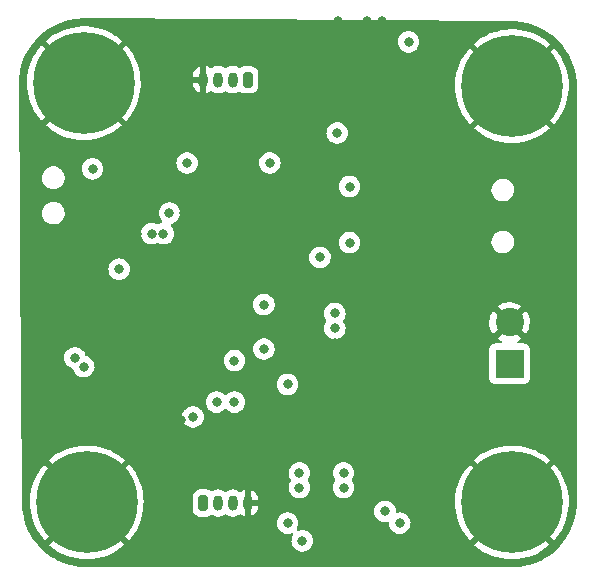
<source format=gbr>
%TF.GenerationSoftware,KiCad,Pcbnew,(6.0.5-0)*%
%TF.CreationDate,2022-07-05T17:16:20+02:00*%
%TF.ProjectId,HWCorso,4857436f-7273-46f2-9e6b-696361645f70,rev?*%
%TF.SameCoordinates,Original*%
%TF.FileFunction,Copper,L2,Inr*%
%TF.FilePolarity,Positive*%
%FSLAX46Y46*%
G04 Gerber Fmt 4.6, Leading zero omitted, Abs format (unit mm)*
G04 Created by KiCad (PCBNEW (6.0.5-0)) date 2022-07-05 17:16:20*
%MOMM*%
%LPD*%
G01*
G04 APERTURE LIST*
G04 Aperture macros list*
%AMRoundRect*
0 Rectangle with rounded corners*
0 $1 Rounding radius*
0 $2 $3 $4 $5 $6 $7 $8 $9 X,Y pos of 4 corners*
0 Add a 4 corners polygon primitive as box body*
4,1,4,$2,$3,$4,$5,$6,$7,$8,$9,$2,$3,0*
0 Add four circle primitives for the rounded corners*
1,1,$1+$1,$2,$3*
1,1,$1+$1,$4,$5*
1,1,$1+$1,$6,$7*
1,1,$1+$1,$8,$9*
0 Add four rect primitives between the rounded corners*
20,1,$1+$1,$2,$3,$4,$5,0*
20,1,$1+$1,$4,$5,$6,$7,0*
20,1,$1+$1,$6,$7,$8,$9,0*
20,1,$1+$1,$8,$9,$2,$3,0*%
G04 Aperture macros list end*
%TA.AperFunction,ComponentPad*%
%ADD10C,8.600000*%
%TD*%
%TA.AperFunction,ComponentPad*%
%ADD11C,0.900000*%
%TD*%
%TA.AperFunction,ComponentPad*%
%ADD12RoundRect,0.200000X-0.200000X-0.450000X0.200000X-0.450000X0.200000X0.450000X-0.200000X0.450000X0*%
%TD*%
%TA.AperFunction,ComponentPad*%
%ADD13O,0.800000X1.300000*%
%TD*%
%TA.AperFunction,ComponentPad*%
%ADD14R,2.400000X2.400000*%
%TD*%
%TA.AperFunction,ComponentPad*%
%ADD15C,2.400000*%
%TD*%
%TA.AperFunction,ComponentPad*%
%ADD16RoundRect,0.200000X0.200000X0.450000X-0.200000X0.450000X-0.200000X-0.450000X0.200000X-0.450000X0*%
%TD*%
%TA.AperFunction,ViaPad*%
%ADD17C,0.800000*%
%TD*%
G04 APERTURE END LIST*
D10*
%TO.N,GND*%
%TO.C,H3*%
X95500000Y-115000000D03*
D11*
X95500000Y-118225000D03*
X93219581Y-117280419D03*
X95500000Y-111775000D03*
X92275000Y-115000000D03*
X93219581Y-112719581D03*
X97780419Y-117280419D03*
X98725000Y-115000000D03*
X97780419Y-112719581D03*
%TD*%
%TO.N,GND*%
%TO.C,H2*%
X57219581Y-112719581D03*
D10*
X59500000Y-115000000D03*
D11*
X56275000Y-115000000D03*
X62725000Y-115000000D03*
X61780419Y-117280419D03*
X59500000Y-111775000D03*
X61780419Y-112719581D03*
X57219581Y-117280419D03*
X59500000Y-118225000D03*
%TD*%
%TO.N,GND*%
%TO.C,H1*%
X92275000Y-79750000D03*
X95500000Y-82975000D03*
X93219581Y-77469581D03*
X95500000Y-76525000D03*
X98725000Y-79750000D03*
X93219581Y-82030419D03*
X97780419Y-77469581D03*
D10*
X95500000Y-79750000D03*
D11*
X97780419Y-82030419D03*
%TD*%
D12*
%TO.N,BUCK_VOUT_3V3*%
%TO.C,J5*%
X69375000Y-115050000D03*
D13*
%TO.N,USART6_TX*%
X70625000Y-115050000D03*
%TO.N,USART6_RX*%
X71875000Y-115050000D03*
%TO.N,GND*%
X73125000Y-115050000D03*
%TD*%
D14*
%TO.N,+12V*%
%TO.C,J2*%
X95300000Y-103250000D03*
D15*
%TO.N,GND*%
X95300000Y-99750000D03*
%TD*%
D16*
%TO.N,BUCK_VOUT_3V3*%
%TO.C,J3*%
X73125000Y-79200000D03*
D13*
%TO.N,I2C1_SCL*%
X71875000Y-79200000D03*
%TO.N,I2C1_SDA*%
X70625000Y-79200000D03*
%TO.N,GND*%
X69375000Y-79200000D03*
%TD*%
D10*
%TO.N,GND*%
%TO.C,H4*%
X59250000Y-79500000D03*
D11*
X56969581Y-81780419D03*
X61530419Y-77219581D03*
X56025000Y-79500000D03*
X59250000Y-82725000D03*
X56969581Y-77219581D03*
X61530419Y-81780419D03*
X62475000Y-79500000D03*
X59250000Y-76275000D03*
%TD*%
D17*
%TO.N,GND*%
X80750000Y-74250000D03*
X84500000Y-74250000D03*
X83250000Y-74250000D03*
%TO.N,BUCK_VOUT_3V3*%
X86750000Y-76000000D03*
%TO.N,NRST*%
X81750000Y-88250000D03*
X80710000Y-83710000D03*
%TO.N,USART6_TX*%
X70500000Y-106500000D03*
%TO.N,GND*%
X87500000Y-88750000D03*
X61500000Y-96500000D03*
X57000000Y-99250000D03*
%TO.N,USART6_TX*%
X74500000Y-102000000D03*
%TO.N,USART6_RX*%
X72000000Y-106500000D03*
X72000000Y-103000000D03*
%TO.N,GND*%
X89250000Y-89000000D03*
X89250000Y-88000000D03*
X90250000Y-88000000D03*
X90250000Y-89000000D03*
X86500000Y-113000000D03*
X62000000Y-99750000D03*
X63250000Y-99750000D03*
X67750000Y-90500000D03*
X78250000Y-105750000D03*
X75750000Y-108250000D03*
X67500000Y-108000000D03*
X62500000Y-104000000D03*
X81750000Y-117250000D03*
X81750000Y-116250000D03*
X90250000Y-113250000D03*
X89250000Y-113250000D03*
X90500000Y-101250000D03*
X89750000Y-100000000D03*
X92500000Y-108000000D03*
X91500000Y-107000000D03*
X89500000Y-106000000D03*
X89500000Y-105000000D03*
X84000000Y-104250000D03*
X83000000Y-105500000D03*
X80500000Y-102500000D03*
X80500000Y-101500000D03*
X80500000Y-94500000D03*
X61250000Y-93750000D03*
X59250000Y-91250000D03*
X62750000Y-91250000D03*
X63750000Y-92250000D03*
X64000000Y-94250000D03*
X60250000Y-93500000D03*
%TO.N,BUCK_VOUT_3V3*%
X80500000Y-100250000D03*
X80500000Y-99000000D03*
X84750000Y-115750000D03*
X86000000Y-116750000D03*
X76500000Y-116750000D03*
X77750000Y-118250000D03*
X81250000Y-112500000D03*
X81250000Y-113750000D03*
X77500000Y-112500000D03*
X77500000Y-113750000D03*
X79250000Y-94250000D03*
X60000000Y-86750000D03*
X76500000Y-105000000D03*
X68500000Y-107750000D03*
X59250000Y-103500000D03*
X58500000Y-102750000D03*
X62250000Y-95250000D03*
X66500000Y-90500000D03*
X65000000Y-92250000D03*
X66000000Y-92250000D03*
X68000000Y-86250000D03*
X75000000Y-86250000D03*
%TO.N,NRST*%
X74500000Y-98250000D03*
X81750000Y-93000000D03*
%TD*%
%TA.AperFunction,Conductor*%
%TO.N,GND*%
G36*
X95449317Y-74258163D02*
G01*
X95467832Y-74259660D01*
X95484849Y-74262310D01*
X95484855Y-74262310D01*
X95493724Y-74263691D01*
X95514664Y-74260953D01*
X95536202Y-74259997D01*
X95724026Y-74267766D01*
X95948278Y-74277041D01*
X95958656Y-74277901D01*
X96199660Y-74307942D01*
X96398702Y-74332753D01*
X96408967Y-74334465D01*
X96572054Y-74368661D01*
X96842976Y-74425467D01*
X96853072Y-74428023D01*
X97278101Y-74554561D01*
X97287938Y-74557938D01*
X97701081Y-74719147D01*
X97710581Y-74723314D01*
X98083710Y-74905726D01*
X98108983Y-74918081D01*
X98118139Y-74923036D01*
X98199976Y-74971800D01*
X98499085Y-75150030D01*
X98507804Y-75155726D01*
X98868705Y-75413405D01*
X98876923Y-75419801D01*
X99215326Y-75706413D01*
X99222987Y-75713467D01*
X99536533Y-76027013D01*
X99543587Y-76034674D01*
X99830199Y-76373077D01*
X99836595Y-76381295D01*
X100094274Y-76742196D01*
X100099970Y-76750915D01*
X100314160Y-77110372D01*
X100326963Y-77131859D01*
X100331918Y-77141015D01*
X100418230Y-77317568D01*
X100526682Y-77539411D01*
X100530853Y-77548919D01*
X100692062Y-77962062D01*
X100695439Y-77971899D01*
X100821977Y-78396928D01*
X100824533Y-78407024D01*
X100915534Y-78841030D01*
X100917247Y-78851298D01*
X100928809Y-78944054D01*
X100972099Y-79291344D01*
X100972959Y-79301722D01*
X100976428Y-79385592D01*
X100989587Y-79703737D01*
X100989694Y-79706335D01*
X100988302Y-79730920D01*
X100986309Y-79743724D01*
X100990190Y-79773399D01*
X100990436Y-79775283D01*
X100991500Y-79791621D01*
X100991500Y-114950633D01*
X100990000Y-114970018D01*
X100987690Y-114984851D01*
X100987690Y-114984855D01*
X100986309Y-114993724D01*
X100989047Y-115014659D01*
X100990003Y-115036205D01*
X100972959Y-115448278D01*
X100972099Y-115458656D01*
X100951563Y-115623408D01*
X100924946Y-115836944D01*
X100917248Y-115898698D01*
X100915535Y-115908967D01*
X100851774Y-116213056D01*
X100824533Y-116342976D01*
X100821977Y-116353072D01*
X100695439Y-116778101D01*
X100692062Y-116787938D01*
X100530853Y-117201081D01*
X100526686Y-117210581D01*
X100350422Y-117571134D01*
X100331919Y-117608983D01*
X100326964Y-117618139D01*
X100270406Y-117713056D01*
X100099970Y-117999085D01*
X100094274Y-118007804D01*
X99836595Y-118368705D01*
X99830199Y-118376923D01*
X99543587Y-118715326D01*
X99536533Y-118722987D01*
X99222987Y-119036533D01*
X99215326Y-119043587D01*
X98876923Y-119330199D01*
X98868705Y-119336595D01*
X98507804Y-119594274D01*
X98499085Y-119599970D01*
X98261505Y-119741537D01*
X98118141Y-119826963D01*
X98108985Y-119831918D01*
X97710581Y-120026686D01*
X97701081Y-120030853D01*
X97287938Y-120192062D01*
X97278101Y-120195439D01*
X96853072Y-120321977D01*
X96842975Y-120324533D01*
X96408967Y-120415535D01*
X96398702Y-120417247D01*
X96234674Y-120437693D01*
X95958656Y-120472099D01*
X95948278Y-120472959D01*
X95770676Y-120480305D01*
X95543661Y-120489694D01*
X95519080Y-120488302D01*
X95506276Y-120486309D01*
X95497374Y-120487473D01*
X95497372Y-120487473D01*
X95482323Y-120489441D01*
X95474714Y-120490436D01*
X95458379Y-120491500D01*
X59549367Y-120491500D01*
X59529982Y-120490000D01*
X59515149Y-120487690D01*
X59515145Y-120487690D01*
X59506276Y-120486309D01*
X59485336Y-120489047D01*
X59463798Y-120490003D01*
X59275974Y-120482234D01*
X59051722Y-120472959D01*
X59041344Y-120472099D01*
X58765326Y-120437693D01*
X58601298Y-120417247D01*
X58591033Y-120415535D01*
X58157025Y-120324533D01*
X58146928Y-120321977D01*
X57721899Y-120195439D01*
X57712062Y-120192062D01*
X57298919Y-120030853D01*
X57289419Y-120026686D01*
X56891015Y-119831918D01*
X56881859Y-119826963D01*
X56738496Y-119741537D01*
X56500915Y-119599970D01*
X56492196Y-119594274D01*
X56131295Y-119336595D01*
X56123077Y-119330199D01*
X55784674Y-119043587D01*
X55777013Y-119036533D01*
X55463467Y-118722987D01*
X55456413Y-118715326D01*
X55338764Y-118576418D01*
X56289122Y-118576418D01*
X56289171Y-118577110D01*
X56294617Y-118585274D01*
X56372268Y-118657812D01*
X56376507Y-118661433D01*
X56709802Y-118921363D01*
X56714359Y-118924602D01*
X57069448Y-119153880D01*
X57074250Y-119156686D01*
X57448316Y-119353491D01*
X57453374Y-119355871D01*
X57843435Y-119518638D01*
X57848690Y-119520561D01*
X58251676Y-119648008D01*
X58257075Y-119649455D01*
X58669796Y-119740575D01*
X58675307Y-119741537D01*
X59094501Y-119795610D01*
X59100064Y-119796077D01*
X59522405Y-119812670D01*
X59527997Y-119812641D01*
X59950125Y-119791626D01*
X59955708Y-119791098D01*
X60374305Y-119732640D01*
X60379792Y-119731623D01*
X60791543Y-119636185D01*
X60796929Y-119634681D01*
X61198567Y-119503018D01*
X61203784Y-119501046D01*
X61592126Y-119334202D01*
X61597169Y-119331764D01*
X61969131Y-119131063D01*
X61973935Y-119128188D01*
X62326563Y-118895231D01*
X62331126Y-118891916D01*
X62661658Y-118628529D01*
X62665873Y-118624852D01*
X62703823Y-118588649D01*
X62711763Y-118574890D01*
X62711713Y-118573843D01*
X62706822Y-118566032D01*
X62306507Y-118165717D01*
X61421210Y-117280419D01*
X60895122Y-116754332D01*
X59512812Y-115372022D01*
X59498868Y-115364408D01*
X59497035Y-115364539D01*
X59490420Y-115368790D01*
X58104879Y-116754331D01*
X57219581Y-117639628D01*
X56693494Y-118165716D01*
X56296736Y-118562474D01*
X56289122Y-118576418D01*
X55338764Y-118576418D01*
X55169801Y-118376923D01*
X55163405Y-118368705D01*
X54905726Y-118007804D01*
X54900030Y-117999085D01*
X54729594Y-117713056D01*
X54673036Y-117618139D01*
X54668081Y-117608983D01*
X54649578Y-117571134D01*
X54473314Y-117210581D01*
X54469147Y-117201081D01*
X54307938Y-116787938D01*
X54304561Y-116778101D01*
X54178023Y-116353072D01*
X54175467Y-116342976D01*
X54148226Y-116213056D01*
X54084465Y-115908967D01*
X54082752Y-115898698D01*
X54075055Y-115836944D01*
X54048437Y-115623408D01*
X54027901Y-115458656D01*
X54027041Y-115448278D01*
X54010462Y-115047439D01*
X54012100Y-115021329D01*
X54012769Y-115017351D01*
X54012770Y-115017345D01*
X54013576Y-115012552D01*
X54013729Y-115000000D01*
X54012831Y-114993724D01*
X54009452Y-114970137D01*
X54008182Y-114953160D01*
X54007644Y-114876825D01*
X54688855Y-114876825D01*
X54696600Y-115299410D01*
X54696950Y-115304976D01*
X54742231Y-115725208D01*
X54743078Y-115730746D01*
X54825535Y-116145286D01*
X54826864Y-116150698D01*
X54945852Y-116556289D01*
X54947658Y-116561564D01*
X55102219Y-116954948D01*
X55104501Y-116960072D01*
X55293416Y-117338150D01*
X55296140Y-117343043D01*
X55517917Y-117702833D01*
X55521068Y-117707469D01*
X55773955Y-118046127D01*
X55777488Y-118050444D01*
X55913222Y-118201988D01*
X55926717Y-118210351D01*
X55936128Y-118204662D01*
X56334283Y-117806507D01*
X57219581Y-116921210D01*
X57229378Y-116911413D01*
X57745668Y-116395122D01*
X59127978Y-115012812D01*
X59134356Y-115001132D01*
X59864408Y-115001132D01*
X59864539Y-115002965D01*
X59868790Y-115009580D01*
X61254331Y-116395121D01*
X61770621Y-116911412D01*
X61780418Y-116921209D01*
X62665716Y-117806506D01*
X63062142Y-118202932D01*
X63075903Y-118210446D01*
X63085263Y-118203989D01*
X63254244Y-118011303D01*
X63257744Y-118006935D01*
X63507073Y-117665645D01*
X63510168Y-117660987D01*
X63728160Y-117298903D01*
X63730841Y-117293964D01*
X63915779Y-116913946D01*
X63918014Y-116908780D01*
X63978488Y-116750000D01*
X75586496Y-116750000D01*
X75587186Y-116756565D01*
X75604491Y-116921210D01*
X75606458Y-116939928D01*
X75665473Y-117121556D01*
X75760960Y-117286944D01*
X75888747Y-117428866D01*
X76043248Y-117541118D01*
X76049276Y-117543802D01*
X76049278Y-117543803D01*
X76169743Y-117597437D01*
X76217712Y-117618794D01*
X76311112Y-117638647D01*
X76398056Y-117657128D01*
X76398061Y-117657128D01*
X76404513Y-117658500D01*
X76595487Y-117658500D01*
X76601939Y-117657128D01*
X76601944Y-117657128D01*
X76688888Y-117638647D01*
X76782288Y-117618794D01*
X76788315Y-117616111D01*
X76788323Y-117616108D01*
X76809069Y-117606871D01*
X76879436Y-117597437D01*
X76943733Y-117627544D01*
X76981546Y-117687633D01*
X76980869Y-117758626D01*
X76969437Y-117784976D01*
X76915473Y-117878444D01*
X76856458Y-118060072D01*
X76855768Y-118066633D01*
X76855768Y-118066635D01*
X76845354Y-118165717D01*
X76836496Y-118250000D01*
X76856458Y-118439928D01*
X76915473Y-118621556D01*
X77010960Y-118786944D01*
X77138747Y-118928866D01*
X77293248Y-119041118D01*
X77299276Y-119043802D01*
X77299278Y-119043803D01*
X77337506Y-119060823D01*
X77467712Y-119118794D01*
X77561113Y-119138647D01*
X77648056Y-119157128D01*
X77648061Y-119157128D01*
X77654513Y-119158500D01*
X77845487Y-119158500D01*
X77851939Y-119157128D01*
X77851944Y-119157128D01*
X77938887Y-119138647D01*
X78032288Y-119118794D01*
X78162494Y-119060823D01*
X78200722Y-119043803D01*
X78200724Y-119043802D01*
X78206752Y-119041118D01*
X78361253Y-118928866D01*
X78489040Y-118786944D01*
X78584527Y-118621556D01*
X78599193Y-118576418D01*
X92289122Y-118576418D01*
X92289171Y-118577110D01*
X92294617Y-118585274D01*
X92372268Y-118657812D01*
X92376507Y-118661433D01*
X92709802Y-118921363D01*
X92714359Y-118924602D01*
X93069448Y-119153880D01*
X93074250Y-119156686D01*
X93448316Y-119353491D01*
X93453374Y-119355871D01*
X93843435Y-119518638D01*
X93848690Y-119520561D01*
X94251676Y-119648008D01*
X94257075Y-119649455D01*
X94669796Y-119740575D01*
X94675307Y-119741537D01*
X95094501Y-119795610D01*
X95100064Y-119796077D01*
X95522405Y-119812670D01*
X95527997Y-119812641D01*
X95950125Y-119791626D01*
X95955708Y-119791098D01*
X96374305Y-119732640D01*
X96379792Y-119731623D01*
X96791543Y-119636185D01*
X96796929Y-119634681D01*
X97198567Y-119503018D01*
X97203784Y-119501046D01*
X97592126Y-119334202D01*
X97597169Y-119331764D01*
X97969131Y-119131063D01*
X97973935Y-119128188D01*
X98326563Y-118895231D01*
X98331126Y-118891916D01*
X98661658Y-118628529D01*
X98665873Y-118624852D01*
X98703823Y-118588649D01*
X98711763Y-118574890D01*
X98711713Y-118573843D01*
X98706822Y-118566032D01*
X98306507Y-118165717D01*
X97421210Y-117280419D01*
X96895122Y-116754332D01*
X95512812Y-115372022D01*
X95498868Y-115364408D01*
X95497035Y-115364539D01*
X95490420Y-115368790D01*
X94104879Y-116754331D01*
X93219581Y-117639628D01*
X92693494Y-118165716D01*
X92296736Y-118562474D01*
X92289122Y-118576418D01*
X78599193Y-118576418D01*
X78643542Y-118439928D01*
X78663504Y-118250000D01*
X78654646Y-118165717D01*
X78644232Y-118066635D01*
X78644232Y-118066633D01*
X78643542Y-118060072D01*
X78584527Y-117878444D01*
X78489040Y-117713056D01*
X78484010Y-117707469D01*
X78365675Y-117576045D01*
X78365674Y-117576044D01*
X78361253Y-117571134D01*
X78206752Y-117458882D01*
X78200724Y-117456198D01*
X78200722Y-117456197D01*
X78038319Y-117383891D01*
X78038318Y-117383891D01*
X78032288Y-117381206D01*
X77938888Y-117361353D01*
X77851944Y-117342872D01*
X77851939Y-117342872D01*
X77845487Y-117341500D01*
X77654513Y-117341500D01*
X77648061Y-117342872D01*
X77648056Y-117342872D01*
X77561112Y-117361353D01*
X77467712Y-117381206D01*
X77461685Y-117383889D01*
X77461677Y-117383892D01*
X77440931Y-117393129D01*
X77370564Y-117402563D01*
X77306267Y-117372456D01*
X77268454Y-117312367D01*
X77269131Y-117241374D01*
X77280564Y-117215022D01*
X77283124Y-117210589D01*
X77334527Y-117121556D01*
X77393542Y-116939928D01*
X77395510Y-116921210D01*
X77412814Y-116756565D01*
X77413504Y-116750000D01*
X77393542Y-116560072D01*
X77334527Y-116378444D01*
X77319879Y-116353072D01*
X77242341Y-116218774D01*
X77239040Y-116213056D01*
X77233703Y-116207128D01*
X77115675Y-116076045D01*
X77115674Y-116076044D01*
X77111253Y-116071134D01*
X76956752Y-115958882D01*
X76950724Y-115956198D01*
X76950722Y-115956197D01*
X76788319Y-115883891D01*
X76788318Y-115883891D01*
X76782288Y-115881206D01*
X76684987Y-115860524D01*
X76601944Y-115842872D01*
X76601939Y-115842872D01*
X76595487Y-115841500D01*
X76404513Y-115841500D01*
X76398061Y-115842872D01*
X76398056Y-115842872D01*
X76315013Y-115860524D01*
X76217712Y-115881206D01*
X76211682Y-115883891D01*
X76211681Y-115883891D01*
X76049278Y-115956197D01*
X76049276Y-115956198D01*
X76043248Y-115958882D01*
X75888747Y-116071134D01*
X75884326Y-116076044D01*
X75884325Y-116076045D01*
X75766298Y-116207128D01*
X75760960Y-116213056D01*
X75757659Y-116218774D01*
X75680122Y-116353072D01*
X75665473Y-116378444D01*
X75606458Y-116560072D01*
X75586496Y-116750000D01*
X63978488Y-116750000D01*
X64068442Y-116513815D01*
X64070201Y-116508496D01*
X64184920Y-116101730D01*
X64186204Y-116096259D01*
X64264315Y-115680883D01*
X64265102Y-115675346D01*
X64306035Y-115254102D01*
X64306308Y-115249665D01*
X64312788Y-115002233D01*
X64312746Y-114997762D01*
X64293917Y-114574973D01*
X64293419Y-114569386D01*
X64289924Y-114543365D01*
X68466500Y-114543365D01*
X68466501Y-115556634D01*
X68466764Y-115559492D01*
X68466764Y-115559501D01*
X68470026Y-115595004D01*
X68473247Y-115630062D01*
X68475246Y-115636440D01*
X68475246Y-115636441D01*
X68504800Y-115730746D01*
X68524528Y-115793699D01*
X68613361Y-115940381D01*
X68734619Y-116061639D01*
X68881301Y-116150472D01*
X68888548Y-116152743D01*
X68888550Y-116152744D01*
X68931198Y-116166109D01*
X69044938Y-116201753D01*
X69118365Y-116208500D01*
X69121263Y-116208500D01*
X69375665Y-116208499D01*
X69631634Y-116208499D01*
X69634492Y-116208236D01*
X69634501Y-116208236D01*
X69670004Y-116204974D01*
X69705062Y-116201753D01*
X69711447Y-116199752D01*
X69861450Y-116152744D01*
X69861452Y-116152743D01*
X69868699Y-116150472D01*
X70005018Y-116067915D01*
X70073648Y-116049736D01*
X70144350Y-116073755D01*
X70162308Y-116086802D01*
X70168248Y-116091118D01*
X70174276Y-116093802D01*
X70174278Y-116093803D01*
X70321844Y-116159503D01*
X70342712Y-116168794D01*
X70436112Y-116188647D01*
X70523056Y-116207128D01*
X70523061Y-116207128D01*
X70529513Y-116208500D01*
X70720487Y-116208500D01*
X70726939Y-116207128D01*
X70726944Y-116207128D01*
X70813888Y-116188647D01*
X70907288Y-116168794D01*
X70928156Y-116159503D01*
X71075722Y-116093803D01*
X71075724Y-116093802D01*
X71081752Y-116091118D01*
X71087693Y-116086802D01*
X71175939Y-116022687D01*
X71242807Y-115998828D01*
X71311958Y-116014909D01*
X71324061Y-116022687D01*
X71412308Y-116086802D01*
X71418248Y-116091118D01*
X71424276Y-116093802D01*
X71424278Y-116093803D01*
X71571844Y-116159503D01*
X71592712Y-116168794D01*
X71686112Y-116188647D01*
X71773056Y-116207128D01*
X71773061Y-116207128D01*
X71779513Y-116208500D01*
X71970487Y-116208500D01*
X71976939Y-116207128D01*
X71976944Y-116207128D01*
X72063888Y-116188647D01*
X72157288Y-116168794D01*
X72178156Y-116159503D01*
X72325722Y-116093803D01*
X72325724Y-116093802D01*
X72331752Y-116091118D01*
X72426366Y-116022377D01*
X72493230Y-115998520D01*
X72562382Y-116014600D01*
X72574485Y-116022378D01*
X72663157Y-116086802D01*
X72674529Y-116093368D01*
X72836839Y-116165633D01*
X72849325Y-116169690D01*
X72853278Y-116170530D01*
X72867341Y-116169457D01*
X72871000Y-116159503D01*
X72871000Y-116156182D01*
X73379000Y-116156182D01*
X73382973Y-116169713D01*
X73393468Y-116171222D01*
X73400675Y-116169690D01*
X73413161Y-116165633D01*
X73575471Y-116093368D01*
X73586843Y-116086802D01*
X73730574Y-115982376D01*
X73740337Y-115973585D01*
X73859214Y-115841558D01*
X73866938Y-115830927D01*
X73913661Y-115750000D01*
X83836496Y-115750000D01*
X83837186Y-115756565D01*
X83852125Y-115898698D01*
X83856458Y-115939928D01*
X83915473Y-116121556D01*
X83918776Y-116127278D01*
X83918777Y-116127279D01*
X83943538Y-116170166D01*
X84010960Y-116286944D01*
X84015378Y-116291851D01*
X84015379Y-116291852D01*
X84070502Y-116353072D01*
X84138747Y-116428866D01*
X84293248Y-116541118D01*
X84299276Y-116543802D01*
X84299278Y-116543803D01*
X84350560Y-116566635D01*
X84467712Y-116618794D01*
X84561113Y-116638647D01*
X84648056Y-116657128D01*
X84648061Y-116657128D01*
X84654513Y-116658500D01*
X84845487Y-116658500D01*
X84851939Y-116657128D01*
X84851944Y-116657128D01*
X84934989Y-116639476D01*
X85005780Y-116644878D01*
X85062413Y-116687695D01*
X85085357Y-116750120D01*
X85086496Y-116750000D01*
X85104491Y-116921210D01*
X85106458Y-116939928D01*
X85165473Y-117121556D01*
X85260960Y-117286944D01*
X85388747Y-117428866D01*
X85543248Y-117541118D01*
X85549276Y-117543802D01*
X85549278Y-117543803D01*
X85669743Y-117597437D01*
X85717712Y-117618794D01*
X85811112Y-117638647D01*
X85898056Y-117657128D01*
X85898061Y-117657128D01*
X85904513Y-117658500D01*
X86095487Y-117658500D01*
X86101939Y-117657128D01*
X86101944Y-117657128D01*
X86188888Y-117638647D01*
X86282288Y-117618794D01*
X86330257Y-117597437D01*
X86450722Y-117543803D01*
X86450724Y-117543802D01*
X86456752Y-117541118D01*
X86611253Y-117428866D01*
X86739040Y-117286944D01*
X86834527Y-117121556D01*
X86893542Y-116939928D01*
X86895510Y-116921210D01*
X86912814Y-116756565D01*
X86913504Y-116750000D01*
X86893542Y-116560072D01*
X86834527Y-116378444D01*
X86819879Y-116353072D01*
X86742341Y-116218774D01*
X86739040Y-116213056D01*
X86733703Y-116207128D01*
X86615675Y-116076045D01*
X86615674Y-116076044D01*
X86611253Y-116071134D01*
X86456752Y-115958882D01*
X86450724Y-115956198D01*
X86450722Y-115956197D01*
X86288319Y-115883891D01*
X86288318Y-115883891D01*
X86282288Y-115881206D01*
X86184987Y-115860524D01*
X86101944Y-115842872D01*
X86101939Y-115842872D01*
X86095487Y-115841500D01*
X85904513Y-115841500D01*
X85898061Y-115842872D01*
X85898056Y-115842872D01*
X85815011Y-115860524D01*
X85744220Y-115855122D01*
X85687587Y-115812305D01*
X85664643Y-115749880D01*
X85663504Y-115750000D01*
X85644232Y-115566635D01*
X85644232Y-115566633D01*
X85643542Y-115560072D01*
X85584527Y-115378444D01*
X85568603Y-115350862D01*
X85492341Y-115218774D01*
X85489040Y-115213056D01*
X85361253Y-115071134D01*
X85222243Y-114970137D01*
X85212094Y-114962763D01*
X85212093Y-114962762D01*
X85206752Y-114958882D01*
X85200724Y-114956198D01*
X85200722Y-114956197D01*
X85038319Y-114883891D01*
X85038318Y-114883891D01*
X85032288Y-114881206D01*
X85011677Y-114876825D01*
X90688855Y-114876825D01*
X90696600Y-115299410D01*
X90696950Y-115304976D01*
X90742231Y-115725208D01*
X90743078Y-115730746D01*
X90825535Y-116145286D01*
X90826864Y-116150698D01*
X90945852Y-116556289D01*
X90947658Y-116561564D01*
X91102219Y-116954948D01*
X91104501Y-116960072D01*
X91293416Y-117338150D01*
X91296140Y-117343043D01*
X91517917Y-117702833D01*
X91521068Y-117707469D01*
X91773955Y-118046127D01*
X91777488Y-118050444D01*
X91913222Y-118201988D01*
X91926717Y-118210351D01*
X91936128Y-118204662D01*
X92334283Y-117806507D01*
X93219581Y-116921210D01*
X93229378Y-116911413D01*
X93745668Y-116395122D01*
X95127978Y-115012812D01*
X95134356Y-115001132D01*
X95864408Y-115001132D01*
X95864539Y-115002965D01*
X95868790Y-115009580D01*
X97254331Y-116395121D01*
X97770621Y-116911412D01*
X97780418Y-116921209D01*
X98665716Y-117806506D01*
X99062142Y-118202932D01*
X99075903Y-118210446D01*
X99085263Y-118203989D01*
X99254244Y-118011303D01*
X99257744Y-118006935D01*
X99507073Y-117665645D01*
X99510168Y-117660987D01*
X99728160Y-117298903D01*
X99730841Y-117293964D01*
X99915779Y-116913946D01*
X99918014Y-116908780D01*
X100068442Y-116513815D01*
X100070201Y-116508496D01*
X100184920Y-116101730D01*
X100186204Y-116096259D01*
X100264315Y-115680883D01*
X100265102Y-115675346D01*
X100306035Y-115254102D01*
X100306308Y-115249665D01*
X100312788Y-115002233D01*
X100312746Y-114997762D01*
X100293917Y-114574973D01*
X100293419Y-114569386D01*
X100237155Y-114150499D01*
X100236162Y-114144976D01*
X100142883Y-113732748D01*
X100141410Y-113727361D01*
X100011847Y-113325025D01*
X100009910Y-113319815D01*
X99845098Y-112930599D01*
X99842683Y-112925536D01*
X99643936Y-112552535D01*
X99641085Y-112547713D01*
X99409974Y-112193865D01*
X99406692Y-112189297D01*
X99145030Y-111857380D01*
X99141382Y-111853155D01*
X99088103Y-111796715D01*
X99074389Y-111788705D01*
X99073517Y-111788742D01*
X99065438Y-111793772D01*
X98665717Y-112193493D01*
X97780419Y-113078790D01*
X97254332Y-113604878D01*
X95872022Y-114987188D01*
X95864408Y-115001132D01*
X95134356Y-115001132D01*
X95135592Y-114998868D01*
X95135461Y-114997035D01*
X95131210Y-114990420D01*
X93745669Y-113604879D01*
X92860372Y-112719581D01*
X92334284Y-112193494D01*
X91935561Y-111794771D01*
X91922253Y-111787504D01*
X91912214Y-111794626D01*
X91668223Y-112087994D01*
X91664828Y-112092467D01*
X91424528Y-112440152D01*
X91421549Y-112444902D01*
X91213106Y-112812575D01*
X91210562Y-112817568D01*
X91035629Y-113202312D01*
X91033538Y-113207511D01*
X90893498Y-113606290D01*
X90891877Y-113611659D01*
X90787840Y-114021303D01*
X90786706Y-114026776D01*
X90719496Y-114444054D01*
X90718851Y-114449632D01*
X90689002Y-114871204D01*
X90688855Y-114876825D01*
X85011677Y-114876825D01*
X84938888Y-114861353D01*
X84851944Y-114842872D01*
X84851939Y-114842872D01*
X84845487Y-114841500D01*
X84654513Y-114841500D01*
X84648061Y-114842872D01*
X84648056Y-114842872D01*
X84561112Y-114861353D01*
X84467712Y-114881206D01*
X84461682Y-114883891D01*
X84461681Y-114883891D01*
X84299278Y-114956197D01*
X84299276Y-114956198D01*
X84293248Y-114958882D01*
X84287907Y-114962762D01*
X84287906Y-114962763D01*
X84277757Y-114970137D01*
X84138747Y-115071134D01*
X84010960Y-115213056D01*
X84007659Y-115218774D01*
X83931398Y-115350862D01*
X83915473Y-115378444D01*
X83856458Y-115560072D01*
X83836496Y-115750000D01*
X73913661Y-115750000D01*
X73955765Y-115677074D01*
X73961111Y-115665066D01*
X74016011Y-115496102D01*
X74018741Y-115483261D01*
X74032656Y-115350862D01*
X74033000Y-115344302D01*
X74033000Y-115322115D01*
X74028525Y-115306876D01*
X74027135Y-115305671D01*
X74019452Y-115304000D01*
X73397115Y-115304000D01*
X73381876Y-115308475D01*
X73380671Y-115309865D01*
X73379000Y-115317548D01*
X73379000Y-116156182D01*
X72871000Y-116156182D01*
X72871000Y-114777885D01*
X73379000Y-114777885D01*
X73383475Y-114793124D01*
X73384865Y-114794329D01*
X73392548Y-114796000D01*
X74014885Y-114796000D01*
X74030124Y-114791525D01*
X74031329Y-114790135D01*
X74033000Y-114782452D01*
X74033000Y-114755698D01*
X74032656Y-114749138D01*
X74018741Y-114616739D01*
X74016011Y-114603898D01*
X73961111Y-114434934D01*
X73955765Y-114422926D01*
X73866938Y-114269073D01*
X73859214Y-114258442D01*
X73740337Y-114126415D01*
X73730574Y-114117624D01*
X73586843Y-114013198D01*
X73575471Y-114006632D01*
X73413161Y-113934367D01*
X73400675Y-113930310D01*
X73396722Y-113929470D01*
X73382659Y-113930543D01*
X73379000Y-113940497D01*
X73379000Y-114777885D01*
X72871000Y-114777885D01*
X72871000Y-113943818D01*
X72867027Y-113930287D01*
X72856532Y-113928778D01*
X72849325Y-113930310D01*
X72836839Y-113934367D01*
X72674529Y-114006632D01*
X72663157Y-114013198D01*
X72574485Y-114077622D01*
X72507617Y-114101481D01*
X72438466Y-114085400D01*
X72426380Y-114077634D01*
X72331752Y-114008882D01*
X72325724Y-114006198D01*
X72325722Y-114006197D01*
X72163319Y-113933891D01*
X72163318Y-113933891D01*
X72157288Y-113931206D01*
X72063888Y-113911353D01*
X71976944Y-113892872D01*
X71976939Y-113892872D01*
X71970487Y-113891500D01*
X71779513Y-113891500D01*
X71773061Y-113892872D01*
X71773056Y-113892872D01*
X71686112Y-113911353D01*
X71592712Y-113931206D01*
X71586682Y-113933891D01*
X71586681Y-113933891D01*
X71424278Y-114006197D01*
X71424276Y-114006198D01*
X71418248Y-114008882D01*
X71412907Y-114012762D01*
X71412906Y-114012763D01*
X71324061Y-114077313D01*
X71257193Y-114101172D01*
X71188042Y-114085091D01*
X71175939Y-114077313D01*
X71087094Y-114012763D01*
X71087093Y-114012762D01*
X71081752Y-114008882D01*
X71075724Y-114006198D01*
X71075722Y-114006197D01*
X70913319Y-113933891D01*
X70913318Y-113933891D01*
X70907288Y-113931206D01*
X70813888Y-113911353D01*
X70726944Y-113892872D01*
X70726939Y-113892872D01*
X70720487Y-113891500D01*
X70529513Y-113891500D01*
X70523061Y-113892872D01*
X70523056Y-113892872D01*
X70436112Y-113911353D01*
X70342712Y-113931206D01*
X70336682Y-113933891D01*
X70336681Y-113933891D01*
X70174278Y-114006197D01*
X70174276Y-114006198D01*
X70168248Y-114008882D01*
X70162908Y-114012762D01*
X70162906Y-114012763D01*
X70144350Y-114026245D01*
X70077482Y-114050103D01*
X70005018Y-114032085D01*
X69987215Y-114021303D01*
X69868699Y-113949528D01*
X69861452Y-113947257D01*
X69861450Y-113947256D01*
X69795164Y-113926483D01*
X69705062Y-113898247D01*
X69631635Y-113891500D01*
X69628737Y-113891500D01*
X69374335Y-113891501D01*
X69118366Y-113891501D01*
X69115508Y-113891764D01*
X69115499Y-113891764D01*
X69079996Y-113895026D01*
X69044938Y-113898247D01*
X69038560Y-113900246D01*
X69038559Y-113900246D01*
X68888550Y-113947256D01*
X68888548Y-113947257D01*
X68881301Y-113949528D01*
X68734619Y-114038361D01*
X68613361Y-114159619D01*
X68524528Y-114306301D01*
X68473247Y-114469938D01*
X68466500Y-114543365D01*
X64289924Y-114543365D01*
X64237155Y-114150499D01*
X64236162Y-114144976D01*
X64146787Y-113750000D01*
X76586496Y-113750000D01*
X76587186Y-113756565D01*
X76605472Y-113930543D01*
X76606458Y-113939928D01*
X76665473Y-114121556D01*
X76668776Y-114127278D01*
X76668777Y-114127279D01*
X76682183Y-114150499D01*
X76760960Y-114286944D01*
X76765378Y-114291851D01*
X76765379Y-114291852D01*
X76884325Y-114423955D01*
X76888747Y-114428866D01*
X77043248Y-114541118D01*
X77049276Y-114543802D01*
X77049278Y-114543803D01*
X77198122Y-114610072D01*
X77217712Y-114618794D01*
X77296124Y-114635461D01*
X77398056Y-114657128D01*
X77398061Y-114657128D01*
X77404513Y-114658500D01*
X77595487Y-114658500D01*
X77601939Y-114657128D01*
X77601944Y-114657128D01*
X77703876Y-114635461D01*
X77782288Y-114618794D01*
X77801878Y-114610072D01*
X77950722Y-114543803D01*
X77950724Y-114543802D01*
X77956752Y-114541118D01*
X78111253Y-114428866D01*
X78115675Y-114423955D01*
X78234621Y-114291852D01*
X78234622Y-114291851D01*
X78239040Y-114286944D01*
X78317817Y-114150499D01*
X78331223Y-114127279D01*
X78331224Y-114127278D01*
X78334527Y-114121556D01*
X78393542Y-113939928D01*
X78394529Y-113930543D01*
X78412814Y-113756565D01*
X78413504Y-113750000D01*
X80336496Y-113750000D01*
X80337186Y-113756565D01*
X80355472Y-113930543D01*
X80356458Y-113939928D01*
X80415473Y-114121556D01*
X80418776Y-114127278D01*
X80418777Y-114127279D01*
X80432183Y-114150499D01*
X80510960Y-114286944D01*
X80515378Y-114291851D01*
X80515379Y-114291852D01*
X80634325Y-114423955D01*
X80638747Y-114428866D01*
X80793248Y-114541118D01*
X80799276Y-114543802D01*
X80799278Y-114543803D01*
X80948122Y-114610072D01*
X80967712Y-114618794D01*
X81046124Y-114635461D01*
X81148056Y-114657128D01*
X81148061Y-114657128D01*
X81154513Y-114658500D01*
X81345487Y-114658500D01*
X81351939Y-114657128D01*
X81351944Y-114657128D01*
X81453876Y-114635461D01*
X81532288Y-114618794D01*
X81551878Y-114610072D01*
X81700722Y-114543803D01*
X81700724Y-114543802D01*
X81706752Y-114541118D01*
X81861253Y-114428866D01*
X81865675Y-114423955D01*
X81984621Y-114291852D01*
X81984622Y-114291851D01*
X81989040Y-114286944D01*
X82067817Y-114150499D01*
X82081223Y-114127279D01*
X82081224Y-114127278D01*
X82084527Y-114121556D01*
X82143542Y-113939928D01*
X82144529Y-113930543D01*
X82162814Y-113756565D01*
X82163504Y-113750000D01*
X82148400Y-113606290D01*
X82144232Y-113566635D01*
X82144232Y-113566633D01*
X82143542Y-113560072D01*
X82084527Y-113378444D01*
X81989040Y-113213056D01*
X81984620Y-113208148D01*
X81980741Y-113202808D01*
X81982080Y-113201835D01*
X81954950Y-113145304D01*
X81963713Y-113074851D01*
X81981250Y-113047562D01*
X81980741Y-113047192D01*
X81984620Y-113041852D01*
X81989040Y-113036944D01*
X82084527Y-112871556D01*
X82143542Y-112689928D01*
X82163504Y-112500000D01*
X82143542Y-112310072D01*
X82084527Y-112128444D01*
X81989040Y-111963056D01*
X81873093Y-111834283D01*
X81865675Y-111826045D01*
X81865674Y-111826044D01*
X81861253Y-111821134D01*
X81706752Y-111708882D01*
X81700724Y-111706198D01*
X81700722Y-111706197D01*
X81538319Y-111633891D01*
X81538318Y-111633891D01*
X81532288Y-111631206D01*
X81438887Y-111611353D01*
X81351944Y-111592872D01*
X81351939Y-111592872D01*
X81345487Y-111591500D01*
X81154513Y-111591500D01*
X81148061Y-111592872D01*
X81148056Y-111592872D01*
X81061112Y-111611353D01*
X80967712Y-111631206D01*
X80961682Y-111633891D01*
X80961681Y-111633891D01*
X80799278Y-111706197D01*
X80799276Y-111706198D01*
X80793248Y-111708882D01*
X80638747Y-111821134D01*
X80634326Y-111826044D01*
X80634325Y-111826045D01*
X80626908Y-111834283D01*
X80510960Y-111963056D01*
X80415473Y-112128444D01*
X80356458Y-112310072D01*
X80336496Y-112500000D01*
X80356458Y-112689928D01*
X80415473Y-112871556D01*
X80510960Y-113036944D01*
X80515380Y-113041852D01*
X80519259Y-113047192D01*
X80517920Y-113048165D01*
X80545050Y-113104696D01*
X80536287Y-113175149D01*
X80518750Y-113202438D01*
X80519259Y-113202808D01*
X80515380Y-113208148D01*
X80510960Y-113213056D01*
X80415473Y-113378444D01*
X80356458Y-113560072D01*
X80355768Y-113566633D01*
X80355768Y-113566635D01*
X80351600Y-113606290D01*
X80336496Y-113750000D01*
X78413504Y-113750000D01*
X78398400Y-113606290D01*
X78394232Y-113566635D01*
X78394232Y-113566633D01*
X78393542Y-113560072D01*
X78334527Y-113378444D01*
X78239040Y-113213056D01*
X78234620Y-113208148D01*
X78230741Y-113202808D01*
X78232080Y-113201835D01*
X78204950Y-113145304D01*
X78213713Y-113074851D01*
X78231250Y-113047562D01*
X78230741Y-113047192D01*
X78234620Y-113041852D01*
X78239040Y-113036944D01*
X78334527Y-112871556D01*
X78393542Y-112689928D01*
X78413504Y-112500000D01*
X78393542Y-112310072D01*
X78334527Y-112128444D01*
X78239040Y-111963056D01*
X78123093Y-111834283D01*
X78115675Y-111826045D01*
X78115674Y-111826044D01*
X78111253Y-111821134D01*
X77956752Y-111708882D01*
X77950724Y-111706198D01*
X77950722Y-111706197D01*
X77788319Y-111633891D01*
X77788318Y-111633891D01*
X77782288Y-111631206D01*
X77688887Y-111611353D01*
X77601944Y-111592872D01*
X77601939Y-111592872D01*
X77595487Y-111591500D01*
X77404513Y-111591500D01*
X77398061Y-111592872D01*
X77398056Y-111592872D01*
X77311112Y-111611353D01*
X77217712Y-111631206D01*
X77211682Y-111633891D01*
X77211681Y-111633891D01*
X77049278Y-111706197D01*
X77049276Y-111706198D01*
X77043248Y-111708882D01*
X76888747Y-111821134D01*
X76884326Y-111826044D01*
X76884325Y-111826045D01*
X76876908Y-111834283D01*
X76760960Y-111963056D01*
X76665473Y-112128444D01*
X76606458Y-112310072D01*
X76586496Y-112500000D01*
X76606458Y-112689928D01*
X76665473Y-112871556D01*
X76760960Y-113036944D01*
X76765380Y-113041852D01*
X76769259Y-113047192D01*
X76767920Y-113048165D01*
X76795050Y-113104696D01*
X76786287Y-113175149D01*
X76768750Y-113202438D01*
X76769259Y-113202808D01*
X76765380Y-113208148D01*
X76760960Y-113213056D01*
X76665473Y-113378444D01*
X76606458Y-113560072D01*
X76605768Y-113566633D01*
X76605768Y-113566635D01*
X76601600Y-113606290D01*
X76586496Y-113750000D01*
X64146787Y-113750000D01*
X64142883Y-113732748D01*
X64141410Y-113727361D01*
X64011847Y-113325025D01*
X64009910Y-113319815D01*
X63845098Y-112930599D01*
X63842683Y-112925536D01*
X63643936Y-112552535D01*
X63641085Y-112547713D01*
X63409974Y-112193865D01*
X63406692Y-112189297D01*
X63145030Y-111857380D01*
X63141382Y-111853155D01*
X63088103Y-111796715D01*
X63074389Y-111788705D01*
X63073517Y-111788742D01*
X63065438Y-111793772D01*
X62665717Y-112193493D01*
X61780419Y-113078790D01*
X61254332Y-113604878D01*
X59872022Y-114987188D01*
X59864408Y-115001132D01*
X59134356Y-115001132D01*
X59135592Y-114998868D01*
X59135461Y-114997035D01*
X59131210Y-114990420D01*
X57745669Y-113604879D01*
X56860372Y-112719581D01*
X56334284Y-112193494D01*
X55935561Y-111794771D01*
X55922253Y-111787504D01*
X55912214Y-111794626D01*
X55668223Y-112087994D01*
X55664828Y-112092467D01*
X55424528Y-112440152D01*
X55421549Y-112444902D01*
X55213106Y-112812575D01*
X55210562Y-112817568D01*
X55035629Y-113202312D01*
X55033538Y-113207511D01*
X54893498Y-113606290D01*
X54891877Y-113611659D01*
X54787840Y-114021303D01*
X54786706Y-114026776D01*
X54719496Y-114444054D01*
X54718851Y-114449632D01*
X54689002Y-114871204D01*
X54688855Y-114876825D01*
X54007644Y-114876825D01*
X53983332Y-111424456D01*
X56288031Y-111424456D01*
X56294139Y-111434929D01*
X56693493Y-111834283D01*
X57169281Y-112310072D01*
X57219580Y-112360371D01*
X58104878Y-113245668D01*
X59487188Y-114627978D01*
X59501132Y-114635592D01*
X59502965Y-114635461D01*
X59509580Y-114631210D01*
X60895121Y-113245669D01*
X61780419Y-112360372D01*
X61830718Y-112310073D01*
X62306506Y-111834284D01*
X62702754Y-111438036D01*
X62710169Y-111424456D01*
X92288031Y-111424456D01*
X92294139Y-111434929D01*
X92693493Y-111834283D01*
X93169281Y-112310072D01*
X93219580Y-112360371D01*
X94104878Y-113245668D01*
X95487188Y-114627978D01*
X95501132Y-114635592D01*
X95502965Y-114635461D01*
X95509580Y-114631210D01*
X96895121Y-113245669D01*
X97780419Y-112360372D01*
X97830718Y-112310073D01*
X98306506Y-111834284D01*
X98702754Y-111438036D01*
X98710316Y-111424187D01*
X98703987Y-111414962D01*
X98530928Y-111261582D01*
X98526561Y-111258046D01*
X98186600Y-111006948D01*
X98181947Y-111003821D01*
X97820995Y-110783926D01*
X97816094Y-110781232D01*
X97437027Y-110594297D01*
X97431904Y-110592048D01*
X97037707Y-110439545D01*
X97032417Y-110437765D01*
X96626218Y-110320904D01*
X96620794Y-110319602D01*
X96205822Y-110239316D01*
X96200293Y-110238500D01*
X95779828Y-110195420D01*
X95774247Y-110195098D01*
X95351635Y-110189566D01*
X95346024Y-110189742D01*
X94924593Y-110221800D01*
X94919036Y-110222472D01*
X94502128Y-110291864D01*
X94496631Y-110293032D01*
X94087547Y-110399209D01*
X94082181Y-110400861D01*
X93684153Y-110542983D01*
X93678965Y-110545100D01*
X93295133Y-110722050D01*
X93290164Y-110724614D01*
X92923581Y-110934984D01*
X92918848Y-110937987D01*
X92572420Y-111180109D01*
X92567979Y-111183517D01*
X92296476Y-111411739D01*
X92288031Y-111424456D01*
X62710169Y-111424456D01*
X62710316Y-111424187D01*
X62703987Y-111414962D01*
X62530928Y-111261582D01*
X62526561Y-111258046D01*
X62186600Y-111006948D01*
X62181947Y-111003821D01*
X61820995Y-110783926D01*
X61816094Y-110781232D01*
X61437027Y-110594297D01*
X61431904Y-110592048D01*
X61037707Y-110439545D01*
X61032417Y-110437765D01*
X60626218Y-110320904D01*
X60620794Y-110319602D01*
X60205822Y-110239316D01*
X60200293Y-110238500D01*
X59779828Y-110195420D01*
X59774247Y-110195098D01*
X59351635Y-110189566D01*
X59346024Y-110189742D01*
X58924593Y-110221800D01*
X58919036Y-110222472D01*
X58502128Y-110291864D01*
X58496631Y-110293032D01*
X58087547Y-110399209D01*
X58082181Y-110400861D01*
X57684153Y-110542983D01*
X57678965Y-110545100D01*
X57295133Y-110722050D01*
X57290164Y-110724614D01*
X56923581Y-110934984D01*
X56918848Y-110937987D01*
X56572420Y-111180109D01*
X56567979Y-111183517D01*
X56296476Y-111411739D01*
X56288031Y-111424456D01*
X53983332Y-111424456D01*
X53957456Y-107750000D01*
X67586496Y-107750000D01*
X67606458Y-107939928D01*
X67665473Y-108121556D01*
X67760960Y-108286944D01*
X67888747Y-108428866D01*
X68043248Y-108541118D01*
X68049276Y-108543802D01*
X68049278Y-108543803D01*
X68211681Y-108616109D01*
X68217712Y-108618794D01*
X68311113Y-108638647D01*
X68398056Y-108657128D01*
X68398061Y-108657128D01*
X68404513Y-108658500D01*
X68595487Y-108658500D01*
X68601939Y-108657128D01*
X68601944Y-108657128D01*
X68688887Y-108638647D01*
X68782288Y-108618794D01*
X68788319Y-108616109D01*
X68950722Y-108543803D01*
X68950724Y-108543802D01*
X68956752Y-108541118D01*
X69111253Y-108428866D01*
X69239040Y-108286944D01*
X69334527Y-108121556D01*
X69393542Y-107939928D01*
X69413504Y-107750000D01*
X69393542Y-107560072D01*
X69334527Y-107378444D01*
X69327406Y-107366109D01*
X69284109Y-107291118D01*
X69239040Y-107213056D01*
X69211752Y-107182749D01*
X69115675Y-107076045D01*
X69115674Y-107076044D01*
X69111253Y-107071134D01*
X68956752Y-106958882D01*
X68950724Y-106956198D01*
X68950722Y-106956197D01*
X68788319Y-106883891D01*
X68788318Y-106883891D01*
X68782288Y-106881206D01*
X68688887Y-106861353D01*
X68601944Y-106842872D01*
X68601939Y-106842872D01*
X68595487Y-106841500D01*
X68404513Y-106841500D01*
X68398061Y-106842872D01*
X68398056Y-106842872D01*
X68311112Y-106861353D01*
X68217712Y-106881206D01*
X68211682Y-106883891D01*
X68211681Y-106883891D01*
X68049278Y-106956197D01*
X68049276Y-106956198D01*
X68043248Y-106958882D01*
X67888747Y-107071134D01*
X67884326Y-107076044D01*
X67884325Y-107076045D01*
X67788249Y-107182749D01*
X67760960Y-107213056D01*
X67715891Y-107291118D01*
X67672595Y-107366109D01*
X67665473Y-107378444D01*
X67606458Y-107560072D01*
X67586496Y-107750000D01*
X53957456Y-107750000D01*
X53952819Y-107091525D01*
X53948653Y-106500000D01*
X69586496Y-106500000D01*
X69606458Y-106689928D01*
X69665473Y-106871556D01*
X69668776Y-106877278D01*
X69668777Y-106877279D01*
X69702686Y-106936010D01*
X69760960Y-107036944D01*
X69765378Y-107041851D01*
X69765379Y-107041852D01*
X69810105Y-107091525D01*
X69888747Y-107178866D01*
X70043248Y-107291118D01*
X70049276Y-107293802D01*
X70049278Y-107293803D01*
X70211681Y-107366109D01*
X70217712Y-107368794D01*
X70292680Y-107384729D01*
X70398056Y-107407128D01*
X70398061Y-107407128D01*
X70404513Y-107408500D01*
X70595487Y-107408500D01*
X70601939Y-107407128D01*
X70601944Y-107407128D01*
X70707320Y-107384729D01*
X70782288Y-107368794D01*
X70788319Y-107366109D01*
X70950722Y-107293803D01*
X70950724Y-107293802D01*
X70956752Y-107291118D01*
X71111253Y-107178866D01*
X71156364Y-107128765D01*
X71216810Y-107091525D01*
X71287793Y-107092877D01*
X71343636Y-107128765D01*
X71388747Y-107178866D01*
X71543248Y-107291118D01*
X71549276Y-107293802D01*
X71549278Y-107293803D01*
X71711681Y-107366109D01*
X71717712Y-107368794D01*
X71792680Y-107384729D01*
X71898056Y-107407128D01*
X71898061Y-107407128D01*
X71904513Y-107408500D01*
X72095487Y-107408500D01*
X72101939Y-107407128D01*
X72101944Y-107407128D01*
X72207320Y-107384729D01*
X72282288Y-107368794D01*
X72288319Y-107366109D01*
X72450722Y-107293803D01*
X72450724Y-107293802D01*
X72456752Y-107291118D01*
X72611253Y-107178866D01*
X72689895Y-107091525D01*
X72734621Y-107041852D01*
X72734622Y-107041851D01*
X72739040Y-107036944D01*
X72797314Y-106936010D01*
X72831223Y-106877279D01*
X72831224Y-106877278D01*
X72834527Y-106871556D01*
X72893542Y-106689928D01*
X72913504Y-106500000D01*
X72893542Y-106310072D01*
X72834527Y-106128444D01*
X72739040Y-105963056D01*
X72611253Y-105821134D01*
X72456752Y-105708882D01*
X72450724Y-105706198D01*
X72450722Y-105706197D01*
X72288319Y-105633891D01*
X72288318Y-105633891D01*
X72282288Y-105631206D01*
X72188887Y-105611353D01*
X72101944Y-105592872D01*
X72101939Y-105592872D01*
X72095487Y-105591500D01*
X71904513Y-105591500D01*
X71898061Y-105592872D01*
X71898056Y-105592872D01*
X71811112Y-105611353D01*
X71717712Y-105631206D01*
X71711682Y-105633891D01*
X71711681Y-105633891D01*
X71549278Y-105706197D01*
X71549276Y-105706198D01*
X71543248Y-105708882D01*
X71388747Y-105821134D01*
X71344599Y-105870166D01*
X71343636Y-105871235D01*
X71283190Y-105908475D01*
X71212207Y-105907123D01*
X71156364Y-105871235D01*
X71155402Y-105870166D01*
X71111253Y-105821134D01*
X70956752Y-105708882D01*
X70950724Y-105706198D01*
X70950722Y-105706197D01*
X70788319Y-105633891D01*
X70788318Y-105633891D01*
X70782288Y-105631206D01*
X70688887Y-105611353D01*
X70601944Y-105592872D01*
X70601939Y-105592872D01*
X70595487Y-105591500D01*
X70404513Y-105591500D01*
X70398061Y-105592872D01*
X70398056Y-105592872D01*
X70311112Y-105611353D01*
X70217712Y-105631206D01*
X70211682Y-105633891D01*
X70211681Y-105633891D01*
X70049278Y-105706197D01*
X70049276Y-105706198D01*
X70043248Y-105708882D01*
X69888747Y-105821134D01*
X69760960Y-105963056D01*
X69665473Y-106128444D01*
X69606458Y-106310072D01*
X69586496Y-106500000D01*
X53948653Y-106500000D01*
X53938090Y-105000000D01*
X75586496Y-105000000D01*
X75606458Y-105189928D01*
X75665473Y-105371556D01*
X75760960Y-105536944D01*
X75888747Y-105678866D01*
X76043248Y-105791118D01*
X76049276Y-105793802D01*
X76049278Y-105793803D01*
X76211681Y-105866109D01*
X76217712Y-105868794D01*
X76311112Y-105888647D01*
X76398056Y-105907128D01*
X76398061Y-105907128D01*
X76404513Y-105908500D01*
X76595487Y-105908500D01*
X76601939Y-105907128D01*
X76601944Y-105907128D01*
X76688888Y-105888647D01*
X76782288Y-105868794D01*
X76788319Y-105866109D01*
X76950722Y-105793803D01*
X76950724Y-105793802D01*
X76956752Y-105791118D01*
X77111253Y-105678866D01*
X77239040Y-105536944D01*
X77334527Y-105371556D01*
X77393542Y-105189928D01*
X77413504Y-105000000D01*
X77393542Y-104810072D01*
X77334527Y-104628444D01*
X77259292Y-104498134D01*
X93591500Y-104498134D01*
X93598255Y-104560316D01*
X93649385Y-104696705D01*
X93736739Y-104813261D01*
X93853295Y-104900615D01*
X93989684Y-104951745D01*
X94051866Y-104958500D01*
X96548134Y-104958500D01*
X96610316Y-104951745D01*
X96746705Y-104900615D01*
X96863261Y-104813261D01*
X96950615Y-104696705D01*
X97001745Y-104560316D01*
X97008500Y-104498134D01*
X97008500Y-102001866D01*
X97001745Y-101939684D01*
X96950615Y-101803295D01*
X96863261Y-101686739D01*
X96746705Y-101599385D01*
X96610316Y-101548255D01*
X96548134Y-101541500D01*
X96069696Y-101541500D01*
X96001575Y-101521498D01*
X95955082Y-101467842D01*
X95944978Y-101397568D01*
X95974472Y-101332988D01*
X96019958Y-101299733D01*
X96086573Y-101271113D01*
X96094856Y-101266800D01*
X96302777Y-101138135D01*
X96304620Y-101136796D01*
X96312038Y-101125541D01*
X96305974Y-101115184D01*
X95312812Y-100122022D01*
X95298868Y-100114408D01*
X95297035Y-100114539D01*
X95290420Y-100118790D01*
X94298044Y-101111166D01*
X94291386Y-101123359D01*
X94300099Y-101134879D01*
X94388586Y-101199760D01*
X94396505Y-101204708D01*
X94585213Y-101303992D01*
X94636186Y-101353411D01*
X94652349Y-101422544D01*
X94628570Y-101489440D01*
X94572399Y-101532860D01*
X94526546Y-101541500D01*
X94051866Y-101541500D01*
X93989684Y-101548255D01*
X93853295Y-101599385D01*
X93736739Y-101686739D01*
X93649385Y-101803295D01*
X93598255Y-101939684D01*
X93591500Y-102001866D01*
X93591500Y-104498134D01*
X77259292Y-104498134D01*
X77239040Y-104463056D01*
X77111253Y-104321134D01*
X76956752Y-104208882D01*
X76950724Y-104206198D01*
X76950722Y-104206197D01*
X76788319Y-104133891D01*
X76788318Y-104133891D01*
X76782288Y-104131206D01*
X76688887Y-104111353D01*
X76601944Y-104092872D01*
X76601939Y-104092872D01*
X76595487Y-104091500D01*
X76404513Y-104091500D01*
X76398061Y-104092872D01*
X76398056Y-104092872D01*
X76311113Y-104111353D01*
X76217712Y-104131206D01*
X76211682Y-104133891D01*
X76211681Y-104133891D01*
X76049278Y-104206197D01*
X76049276Y-104206198D01*
X76043248Y-104208882D01*
X75888747Y-104321134D01*
X75760960Y-104463056D01*
X75665473Y-104628444D01*
X75606458Y-104810072D01*
X75586496Y-105000000D01*
X53938090Y-105000000D01*
X53922245Y-102750000D01*
X57586496Y-102750000D01*
X57587186Y-102756565D01*
X57603011Y-102907128D01*
X57606458Y-102939928D01*
X57665473Y-103121556D01*
X57760960Y-103286944D01*
X57765378Y-103291851D01*
X57765379Y-103291852D01*
X57787694Y-103316635D01*
X57888747Y-103428866D01*
X58043248Y-103541118D01*
X58049276Y-103543802D01*
X58049278Y-103543803D01*
X58211681Y-103616109D01*
X58217712Y-103618794D01*
X58224167Y-103620166D01*
X58224170Y-103620167D01*
X58248014Y-103625235D01*
X58270768Y-103630071D01*
X58333241Y-103663799D01*
X58364403Y-103714381D01*
X58415473Y-103871556D01*
X58418776Y-103877278D01*
X58418777Y-103877279D01*
X58436803Y-103908500D01*
X58510960Y-104036944D01*
X58638747Y-104178866D01*
X58793248Y-104291118D01*
X58799276Y-104293802D01*
X58799278Y-104293803D01*
X58961681Y-104366109D01*
X58967712Y-104368794D01*
X59061113Y-104388647D01*
X59148056Y-104407128D01*
X59148061Y-104407128D01*
X59154513Y-104408500D01*
X59345487Y-104408500D01*
X59351939Y-104407128D01*
X59351944Y-104407128D01*
X59438887Y-104388647D01*
X59532288Y-104368794D01*
X59538319Y-104366109D01*
X59700722Y-104293803D01*
X59700724Y-104293802D01*
X59706752Y-104291118D01*
X59861253Y-104178866D01*
X59989040Y-104036944D01*
X60063197Y-103908500D01*
X60081223Y-103877279D01*
X60081224Y-103877278D01*
X60084527Y-103871556D01*
X60143542Y-103689928D01*
X60151019Y-103618794D01*
X60162814Y-103506565D01*
X60163504Y-103500000D01*
X60156028Y-103428866D01*
X60144232Y-103316635D01*
X60144232Y-103316633D01*
X60143542Y-103310072D01*
X60084527Y-103128444D01*
X60010370Y-103000000D01*
X71086496Y-103000000D01*
X71106458Y-103189928D01*
X71165473Y-103371556D01*
X71260960Y-103536944D01*
X71388747Y-103678866D01*
X71543248Y-103791118D01*
X71549276Y-103793802D01*
X71549278Y-103793803D01*
X71709799Y-103865271D01*
X71717712Y-103868794D01*
X71811112Y-103888647D01*
X71898056Y-103907128D01*
X71898061Y-103907128D01*
X71904513Y-103908500D01*
X72095487Y-103908500D01*
X72101939Y-103907128D01*
X72101944Y-103907128D01*
X72188887Y-103888647D01*
X72282288Y-103868794D01*
X72290201Y-103865271D01*
X72450722Y-103793803D01*
X72450724Y-103793802D01*
X72456752Y-103791118D01*
X72611253Y-103678866D01*
X72739040Y-103536944D01*
X72834527Y-103371556D01*
X72893542Y-103189928D01*
X72913504Y-103000000D01*
X72907190Y-102939928D01*
X72894232Y-102816635D01*
X72894232Y-102816633D01*
X72893542Y-102810072D01*
X72834527Y-102628444D01*
X72739040Y-102463056D01*
X72611253Y-102321134D01*
X72456752Y-102208882D01*
X72450724Y-102206198D01*
X72450722Y-102206197D01*
X72288319Y-102133891D01*
X72288318Y-102133891D01*
X72282288Y-102131206D01*
X72188887Y-102111353D01*
X72101944Y-102092872D01*
X72101939Y-102092872D01*
X72095487Y-102091500D01*
X71904513Y-102091500D01*
X71898061Y-102092872D01*
X71898056Y-102092872D01*
X71811112Y-102111353D01*
X71717712Y-102131206D01*
X71711682Y-102133891D01*
X71711681Y-102133891D01*
X71549278Y-102206197D01*
X71549276Y-102206198D01*
X71543248Y-102208882D01*
X71388747Y-102321134D01*
X71260960Y-102463056D01*
X71165473Y-102628444D01*
X71106458Y-102810072D01*
X71105768Y-102816633D01*
X71105768Y-102816635D01*
X71092810Y-102939928D01*
X71086496Y-103000000D01*
X60010370Y-103000000D01*
X59989040Y-102963056D01*
X59968216Y-102939928D01*
X59865675Y-102826045D01*
X59865674Y-102826044D01*
X59861253Y-102821134D01*
X59706752Y-102708882D01*
X59700724Y-102706198D01*
X59700722Y-102706197D01*
X59538319Y-102633891D01*
X59538318Y-102633891D01*
X59532288Y-102631206D01*
X59525833Y-102629834D01*
X59525830Y-102629833D01*
X59501986Y-102624765D01*
X59479232Y-102619929D01*
X59416759Y-102586201D01*
X59385596Y-102535618D01*
X59360425Y-102458148D01*
X59334527Y-102378444D01*
X59239040Y-102213056D01*
X59218216Y-102189928D01*
X59115675Y-102076045D01*
X59115674Y-102076044D01*
X59111253Y-102071134D01*
X59013346Y-102000000D01*
X73586496Y-102000000D01*
X73587186Y-102006565D01*
X73594489Y-102076045D01*
X73606458Y-102189928D01*
X73665473Y-102371556D01*
X73760960Y-102536944D01*
X73765378Y-102541851D01*
X73765379Y-102541852D01*
X73845834Y-102631206D01*
X73888747Y-102678866D01*
X74043248Y-102791118D01*
X74049276Y-102793802D01*
X74049278Y-102793803D01*
X74211681Y-102866109D01*
X74217712Y-102868794D01*
X74311112Y-102888647D01*
X74398056Y-102907128D01*
X74398061Y-102907128D01*
X74404513Y-102908500D01*
X74595487Y-102908500D01*
X74601939Y-102907128D01*
X74601944Y-102907128D01*
X74688887Y-102888647D01*
X74782288Y-102868794D01*
X74788319Y-102866109D01*
X74950722Y-102793803D01*
X74950724Y-102793802D01*
X74956752Y-102791118D01*
X75111253Y-102678866D01*
X75154166Y-102631206D01*
X75234621Y-102541852D01*
X75234622Y-102541851D01*
X75239040Y-102536944D01*
X75334527Y-102371556D01*
X75393542Y-102189928D01*
X75405512Y-102076045D01*
X75412814Y-102006565D01*
X75413504Y-102000000D01*
X75401301Y-101883891D01*
X75394232Y-101816635D01*
X75394232Y-101816633D01*
X75393542Y-101810072D01*
X75334527Y-101628444D01*
X75239040Y-101463056D01*
X75180075Y-101397568D01*
X75115675Y-101326045D01*
X75115674Y-101326044D01*
X75111253Y-101321134D01*
X74956752Y-101208882D01*
X74950724Y-101206198D01*
X74950722Y-101206197D01*
X74788319Y-101133891D01*
X74788318Y-101133891D01*
X74782288Y-101131206D01*
X74688008Y-101111166D01*
X74601944Y-101092872D01*
X74601939Y-101092872D01*
X74595487Y-101091500D01*
X74404513Y-101091500D01*
X74398061Y-101092872D01*
X74398056Y-101092872D01*
X74311992Y-101111166D01*
X74217712Y-101131206D01*
X74211682Y-101133891D01*
X74211681Y-101133891D01*
X74049278Y-101206197D01*
X74049276Y-101206198D01*
X74043248Y-101208882D01*
X73888747Y-101321134D01*
X73884326Y-101326044D01*
X73884325Y-101326045D01*
X73819926Y-101397568D01*
X73760960Y-101463056D01*
X73665473Y-101628444D01*
X73606458Y-101810072D01*
X73605768Y-101816633D01*
X73605768Y-101816635D01*
X73598699Y-101883891D01*
X73586496Y-102000000D01*
X59013346Y-102000000D01*
X58956752Y-101958882D01*
X58950724Y-101956198D01*
X58950722Y-101956197D01*
X58788319Y-101883891D01*
X58788318Y-101883891D01*
X58782288Y-101881206D01*
X58688887Y-101861353D01*
X58601944Y-101842872D01*
X58601939Y-101842872D01*
X58595487Y-101841500D01*
X58404513Y-101841500D01*
X58398061Y-101842872D01*
X58398056Y-101842872D01*
X58311112Y-101861353D01*
X58217712Y-101881206D01*
X58211682Y-101883891D01*
X58211681Y-101883891D01*
X58049278Y-101956197D01*
X58049276Y-101956198D01*
X58043248Y-101958882D01*
X57888747Y-102071134D01*
X57884326Y-102076044D01*
X57884325Y-102076045D01*
X57781785Y-102189928D01*
X57760960Y-102213056D01*
X57665473Y-102378444D01*
X57606458Y-102560072D01*
X57605768Y-102566633D01*
X57605768Y-102566635D01*
X57593972Y-102678866D01*
X57586496Y-102750000D01*
X53922245Y-102750000D01*
X53904639Y-100250000D01*
X79586496Y-100250000D01*
X79606458Y-100439928D01*
X79665473Y-100621556D01*
X79760960Y-100786944D01*
X79888747Y-100928866D01*
X80043248Y-101041118D01*
X80049276Y-101043802D01*
X80049278Y-101043803D01*
X80211681Y-101116109D01*
X80217712Y-101118794D01*
X80308704Y-101138135D01*
X80398056Y-101157128D01*
X80398061Y-101157128D01*
X80404513Y-101158500D01*
X80595487Y-101158500D01*
X80601939Y-101157128D01*
X80601944Y-101157128D01*
X80691296Y-101138135D01*
X80782288Y-101118794D01*
X80788319Y-101116109D01*
X80950722Y-101043803D01*
X80950724Y-101043802D01*
X80956752Y-101041118D01*
X81111253Y-100928866D01*
X81239040Y-100786944D01*
X81334527Y-100621556D01*
X81393542Y-100439928D01*
X81413504Y-100250000D01*
X81412814Y-100243435D01*
X81394232Y-100066635D01*
X81394232Y-100066633D01*
X81393542Y-100060072D01*
X81334527Y-99878444D01*
X81239040Y-99713056D01*
X81236139Y-99709835D01*
X93588022Y-99709835D01*
X93599754Y-99954064D01*
X93600891Y-99963324D01*
X93648593Y-100203143D01*
X93651082Y-100212118D01*
X93733708Y-100442250D01*
X93737505Y-100450778D01*
X93853234Y-100666160D01*
X93858245Y-100674027D01*
X93915173Y-100750263D01*
X93926431Y-100758712D01*
X93938850Y-100751940D01*
X94927978Y-99762812D01*
X94934356Y-99751132D01*
X95664408Y-99751132D01*
X95664539Y-99752965D01*
X95668790Y-99759580D01*
X96663732Y-100754522D01*
X96676112Y-100761282D01*
X96684453Y-100755038D01*
X96802700Y-100571202D01*
X96807147Y-100563011D01*
X96907572Y-100340076D01*
X96910767Y-100331298D01*
X96977135Y-100095973D01*
X96978993Y-100086844D01*
X97010044Y-99842770D01*
X97010525Y-99836483D01*
X97012706Y-99753160D01*
X97012555Y-99746851D01*
X96994321Y-99501486D01*
X96992944Y-99492280D01*
X96938979Y-99253786D01*
X96936255Y-99244875D01*
X96847633Y-99016983D01*
X96843619Y-99008567D01*
X96722284Y-98796276D01*
X96717074Y-98788553D01*
X96685787Y-98748865D01*
X96673863Y-98740395D01*
X96662328Y-98746882D01*
X95672022Y-99737188D01*
X95664408Y-99751132D01*
X94934356Y-99751132D01*
X94935592Y-99748868D01*
X94935461Y-99747035D01*
X94931210Y-99740420D01*
X93936828Y-98746038D01*
X93923520Y-98738771D01*
X93913481Y-98745893D01*
X93908581Y-98751784D01*
X93903168Y-98759373D01*
X93776322Y-98968409D01*
X93772084Y-98976726D01*
X93677529Y-99202214D01*
X93674572Y-99211052D01*
X93614384Y-99448042D01*
X93612763Y-99457232D01*
X93588267Y-99700510D01*
X93588022Y-99709835D01*
X81236139Y-99709835D01*
X81234620Y-99708148D01*
X81230741Y-99702808D01*
X81232080Y-99701835D01*
X81204950Y-99645304D01*
X81213713Y-99574851D01*
X81231250Y-99547562D01*
X81230741Y-99547192D01*
X81234620Y-99541852D01*
X81239040Y-99536944D01*
X81334527Y-99371556D01*
X81393542Y-99189928D01*
X81396990Y-99157128D01*
X81412814Y-99006565D01*
X81413504Y-99000000D01*
X81406028Y-98928866D01*
X81394232Y-98816635D01*
X81394232Y-98816633D01*
X81393542Y-98810072D01*
X81334527Y-98628444D01*
X81239040Y-98463056D01*
X81218216Y-98439928D01*
X81159680Y-98374917D01*
X94289330Y-98374917D01*
X94293903Y-98384693D01*
X95287188Y-99377978D01*
X95301132Y-99385592D01*
X95302965Y-99385461D01*
X95309580Y-99381210D01*
X96302488Y-98388302D01*
X96308872Y-98376612D01*
X96299460Y-98364502D01*
X96173144Y-98276873D01*
X96165116Y-98272145D01*
X95945810Y-98163995D01*
X95937177Y-98160507D01*
X95704288Y-98085958D01*
X95695238Y-98083785D01*
X95453891Y-98044480D01*
X95444602Y-98043668D01*
X95200114Y-98040467D01*
X95190803Y-98041037D01*
X94948522Y-98074010D01*
X94939403Y-98075948D01*
X94704668Y-98144367D01*
X94695915Y-98147639D01*
X94473869Y-98250004D01*
X94465714Y-98254524D01*
X94298468Y-98364175D01*
X94289330Y-98374917D01*
X81159680Y-98374917D01*
X81115675Y-98326045D01*
X81115674Y-98326044D01*
X81111253Y-98321134D01*
X80956752Y-98208882D01*
X80950724Y-98206198D01*
X80950722Y-98206197D01*
X80788319Y-98133891D01*
X80788318Y-98133891D01*
X80782288Y-98131206D01*
X80688887Y-98111353D01*
X80601944Y-98092872D01*
X80601939Y-98092872D01*
X80595487Y-98091500D01*
X80404513Y-98091500D01*
X80398061Y-98092872D01*
X80398056Y-98092872D01*
X80311113Y-98111353D01*
X80217712Y-98131206D01*
X80211682Y-98133891D01*
X80211681Y-98133891D01*
X80049278Y-98206197D01*
X80049276Y-98206198D01*
X80043248Y-98208882D01*
X79888747Y-98321134D01*
X79884326Y-98326044D01*
X79884325Y-98326045D01*
X79781785Y-98439928D01*
X79760960Y-98463056D01*
X79665473Y-98628444D01*
X79606458Y-98810072D01*
X79605768Y-98816633D01*
X79605768Y-98816635D01*
X79593972Y-98928866D01*
X79586496Y-99000000D01*
X79587186Y-99006565D01*
X79603011Y-99157128D01*
X79606458Y-99189928D01*
X79665473Y-99371556D01*
X79760960Y-99536944D01*
X79765380Y-99541852D01*
X79769259Y-99547192D01*
X79767920Y-99548165D01*
X79795050Y-99604696D01*
X79786287Y-99675149D01*
X79768750Y-99702438D01*
X79769259Y-99702808D01*
X79765380Y-99708148D01*
X79760960Y-99713056D01*
X79665473Y-99878444D01*
X79606458Y-100060072D01*
X79605768Y-100066633D01*
X79605768Y-100066635D01*
X79587186Y-100243435D01*
X79586496Y-100250000D01*
X53904639Y-100250000D01*
X53890555Y-98250000D01*
X73586496Y-98250000D01*
X73587186Y-98256565D01*
X73600653Y-98384693D01*
X73606458Y-98439928D01*
X73665473Y-98621556D01*
X73760960Y-98786944D01*
X73765378Y-98791851D01*
X73765379Y-98791852D01*
X73787694Y-98816635D01*
X73888747Y-98928866D01*
X74043248Y-99041118D01*
X74049276Y-99043802D01*
X74049278Y-99043803D01*
X74211681Y-99116109D01*
X74217712Y-99118794D01*
X74311112Y-99138647D01*
X74398056Y-99157128D01*
X74398061Y-99157128D01*
X74404513Y-99158500D01*
X74595487Y-99158500D01*
X74601939Y-99157128D01*
X74601944Y-99157128D01*
X74688887Y-99138647D01*
X74782288Y-99118794D01*
X74788319Y-99116109D01*
X74950722Y-99043803D01*
X74950724Y-99043802D01*
X74956752Y-99041118D01*
X75111253Y-98928866D01*
X75212306Y-98816635D01*
X75234621Y-98791852D01*
X75234622Y-98791851D01*
X75239040Y-98786944D01*
X75334527Y-98621556D01*
X75393542Y-98439928D01*
X75399348Y-98384693D01*
X75412814Y-98256565D01*
X75413504Y-98250000D01*
X75401301Y-98133891D01*
X75394232Y-98066635D01*
X75394232Y-98066633D01*
X75393542Y-98060072D01*
X75334527Y-97878444D01*
X75239040Y-97713056D01*
X75111253Y-97571134D01*
X74956752Y-97458882D01*
X74950724Y-97456198D01*
X74950722Y-97456197D01*
X74788319Y-97383891D01*
X74788318Y-97383891D01*
X74782288Y-97381206D01*
X74688888Y-97361353D01*
X74601944Y-97342872D01*
X74601939Y-97342872D01*
X74595487Y-97341500D01*
X74404513Y-97341500D01*
X74398061Y-97342872D01*
X74398056Y-97342872D01*
X74311112Y-97361353D01*
X74217712Y-97381206D01*
X74211682Y-97383891D01*
X74211681Y-97383891D01*
X74049278Y-97456197D01*
X74049276Y-97456198D01*
X74043248Y-97458882D01*
X73888747Y-97571134D01*
X73760960Y-97713056D01*
X73665473Y-97878444D01*
X73606458Y-98060072D01*
X73605768Y-98066633D01*
X73605768Y-98066635D01*
X73598699Y-98133891D01*
X73586496Y-98250000D01*
X53890555Y-98250000D01*
X53869428Y-95250000D01*
X61336496Y-95250000D01*
X61356458Y-95439928D01*
X61415473Y-95621556D01*
X61510960Y-95786944D01*
X61638747Y-95928866D01*
X61793248Y-96041118D01*
X61799276Y-96043802D01*
X61799278Y-96043803D01*
X61961681Y-96116109D01*
X61967712Y-96118794D01*
X62061112Y-96138647D01*
X62148056Y-96157128D01*
X62148061Y-96157128D01*
X62154513Y-96158500D01*
X62345487Y-96158500D01*
X62351939Y-96157128D01*
X62351944Y-96157128D01*
X62438888Y-96138647D01*
X62532288Y-96118794D01*
X62538319Y-96116109D01*
X62700722Y-96043803D01*
X62700724Y-96043802D01*
X62706752Y-96041118D01*
X62861253Y-95928866D01*
X62989040Y-95786944D01*
X63084527Y-95621556D01*
X63143542Y-95439928D01*
X63163504Y-95250000D01*
X63143542Y-95060072D01*
X63084527Y-94878444D01*
X62989040Y-94713056D01*
X62861253Y-94571134D01*
X62706752Y-94458882D01*
X62700724Y-94456198D01*
X62700722Y-94456197D01*
X62538319Y-94383891D01*
X62538318Y-94383891D01*
X62532288Y-94381206D01*
X62438888Y-94361353D01*
X62351944Y-94342872D01*
X62351939Y-94342872D01*
X62345487Y-94341500D01*
X62154513Y-94341500D01*
X62148061Y-94342872D01*
X62148056Y-94342872D01*
X62061112Y-94361353D01*
X61967712Y-94381206D01*
X61961682Y-94383891D01*
X61961681Y-94383891D01*
X61799278Y-94456197D01*
X61799276Y-94456198D01*
X61793248Y-94458882D01*
X61638747Y-94571134D01*
X61510960Y-94713056D01*
X61415473Y-94878444D01*
X61356458Y-95060072D01*
X61336496Y-95250000D01*
X53869428Y-95250000D01*
X53862386Y-94250000D01*
X78336496Y-94250000D01*
X78356458Y-94439928D01*
X78415473Y-94621556D01*
X78510960Y-94786944D01*
X78638747Y-94928866D01*
X78793248Y-95041118D01*
X78799276Y-95043802D01*
X78799278Y-95043803D01*
X78850560Y-95066635D01*
X78967712Y-95118794D01*
X79061112Y-95138647D01*
X79148056Y-95157128D01*
X79148061Y-95157128D01*
X79154513Y-95158500D01*
X79345487Y-95158500D01*
X79351939Y-95157128D01*
X79351944Y-95157128D01*
X79438888Y-95138647D01*
X79532288Y-95118794D01*
X79649440Y-95066635D01*
X79700722Y-95043803D01*
X79700724Y-95043802D01*
X79706752Y-95041118D01*
X79861253Y-94928866D01*
X79989040Y-94786944D01*
X80084527Y-94621556D01*
X80143542Y-94439928D01*
X80163504Y-94250000D01*
X80143542Y-94060072D01*
X80084527Y-93878444D01*
X80079451Y-93869651D01*
X80031931Y-93787346D01*
X79989040Y-93713056D01*
X79961752Y-93682749D01*
X79865675Y-93576045D01*
X79865674Y-93576044D01*
X79861253Y-93571134D01*
X79706752Y-93458882D01*
X79700724Y-93456198D01*
X79700722Y-93456197D01*
X79538319Y-93383891D01*
X79538318Y-93383891D01*
X79532288Y-93381206D01*
X79438887Y-93361353D01*
X79351944Y-93342872D01*
X79351939Y-93342872D01*
X79345487Y-93341500D01*
X79154513Y-93341500D01*
X79148061Y-93342872D01*
X79148056Y-93342872D01*
X79061113Y-93361353D01*
X78967712Y-93381206D01*
X78961682Y-93383891D01*
X78961681Y-93383891D01*
X78799278Y-93456197D01*
X78799276Y-93456198D01*
X78793248Y-93458882D01*
X78638747Y-93571134D01*
X78634326Y-93576044D01*
X78634325Y-93576045D01*
X78538249Y-93682749D01*
X78510960Y-93713056D01*
X78468069Y-93787346D01*
X78420550Y-93869651D01*
X78415473Y-93878444D01*
X78356458Y-94060072D01*
X78336496Y-94250000D01*
X53862386Y-94250000D01*
X53848301Y-92250000D01*
X64086496Y-92250000D01*
X64087186Y-92256565D01*
X64094489Y-92326045D01*
X64106458Y-92439928D01*
X64165473Y-92621556D01*
X64260960Y-92786944D01*
X64265378Y-92791851D01*
X64265379Y-92791852D01*
X64371145Y-92909317D01*
X64388747Y-92928866D01*
X64477618Y-92993435D01*
X64500000Y-93009696D01*
X64543248Y-93041118D01*
X64549276Y-93043802D01*
X64549278Y-93043803D01*
X64669644Y-93097393D01*
X64717712Y-93118794D01*
X64811112Y-93138647D01*
X64898056Y-93157128D01*
X64898061Y-93157128D01*
X64904513Y-93158500D01*
X65095487Y-93158500D01*
X65101939Y-93157128D01*
X65101944Y-93157128D01*
X65188888Y-93138647D01*
X65282288Y-93118794D01*
X65448752Y-93044680D01*
X65519118Y-93035246D01*
X65551247Y-93044680D01*
X65717712Y-93118794D01*
X65811112Y-93138647D01*
X65898056Y-93157128D01*
X65898061Y-93157128D01*
X65904513Y-93158500D01*
X66095487Y-93158500D01*
X66101939Y-93157128D01*
X66101944Y-93157128D01*
X66188888Y-93138647D01*
X66282288Y-93118794D01*
X66330356Y-93097393D01*
X66450722Y-93043803D01*
X66450724Y-93043802D01*
X66456752Y-93041118D01*
X66500001Y-93009696D01*
X66513346Y-93000000D01*
X80836496Y-93000000D01*
X80837186Y-93006565D01*
X80853011Y-93157128D01*
X80856458Y-93189928D01*
X80915473Y-93371556D01*
X80918776Y-93377278D01*
X80918777Y-93377279D01*
X80952686Y-93436010D01*
X81010960Y-93536944D01*
X81015378Y-93541851D01*
X81015379Y-93541852D01*
X81076169Y-93609366D01*
X81138747Y-93678866D01*
X81293248Y-93791118D01*
X81299276Y-93793802D01*
X81299278Y-93793803D01*
X81461681Y-93866109D01*
X81467712Y-93868794D01*
X81542680Y-93884729D01*
X81648056Y-93907128D01*
X81648061Y-93907128D01*
X81654513Y-93908500D01*
X81845487Y-93908500D01*
X81851939Y-93907128D01*
X81851944Y-93907128D01*
X81957320Y-93884729D01*
X82032288Y-93868794D01*
X82038319Y-93866109D01*
X82200722Y-93793803D01*
X82200724Y-93793802D01*
X82206752Y-93791118D01*
X82361253Y-93678866D01*
X82423831Y-93609366D01*
X82484621Y-93541852D01*
X82484622Y-93541851D01*
X82489040Y-93536944D01*
X82547314Y-93436010D01*
X82581223Y-93377279D01*
X82581224Y-93377278D01*
X82584527Y-93371556D01*
X82643542Y-93189928D01*
X82646990Y-93157128D01*
X82662814Y-93006565D01*
X82663504Y-93000000D01*
X82663195Y-92997064D01*
X93762707Y-92997064D01*
X93791825Y-93189599D01*
X93794028Y-93195585D01*
X93794029Y-93195591D01*
X93856860Y-93366360D01*
X93856862Y-93366365D01*
X93859063Y-93372346D01*
X93961674Y-93537840D01*
X94095466Y-93679322D01*
X94254975Y-93791011D01*
X94260838Y-93793548D01*
X94427825Y-93865810D01*
X94427829Y-93865811D01*
X94433684Y-93868345D01*
X94439931Y-93869650D01*
X94439934Y-93869651D01*
X94619557Y-93907176D01*
X94619562Y-93907177D01*
X94624293Y-93908165D01*
X94630685Y-93908500D01*
X94773663Y-93908500D01*
X94842951Y-93901462D01*
X94912378Y-93894410D01*
X94912379Y-93894410D01*
X94918727Y-93893765D01*
X94985879Y-93872721D01*
X95098451Y-93837444D01*
X95098456Y-93837442D01*
X95104541Y-93835535D01*
X95191672Y-93787237D01*
X95269271Y-93744223D01*
X95269274Y-93744221D01*
X95274850Y-93741130D01*
X95279691Y-93736981D01*
X95279695Y-93736978D01*
X95417855Y-93618560D01*
X95422698Y-93614409D01*
X95542046Y-93460547D01*
X95579766Y-93383891D01*
X95625200Y-93291556D01*
X95628018Y-93285829D01*
X95651363Y-93196206D01*
X95675492Y-93103575D01*
X95675492Y-93103572D01*
X95677102Y-93097393D01*
X95685934Y-92928866D01*
X95686959Y-92909317D01*
X95686959Y-92909313D01*
X95687293Y-92902936D01*
X95658175Y-92710401D01*
X95655972Y-92704415D01*
X95655971Y-92704409D01*
X95593140Y-92533640D01*
X95593138Y-92533635D01*
X95590937Y-92527654D01*
X95488326Y-92362160D01*
X95354534Y-92220678D01*
X95195025Y-92108989D01*
X95147013Y-92088212D01*
X95022175Y-92034190D01*
X95022171Y-92034189D01*
X95016316Y-92031655D01*
X95010069Y-92030350D01*
X95010066Y-92030349D01*
X94830443Y-91992824D01*
X94830438Y-91992823D01*
X94825707Y-91991835D01*
X94819315Y-91991500D01*
X94676337Y-91991500D01*
X94607049Y-91998538D01*
X94537622Y-92005590D01*
X94537621Y-92005590D01*
X94531273Y-92006235D01*
X94474939Y-92023889D01*
X94351549Y-92062556D01*
X94351544Y-92062558D01*
X94345459Y-92064465D01*
X94294212Y-92092872D01*
X94180729Y-92155777D01*
X94180726Y-92155779D01*
X94175150Y-92158870D01*
X94170309Y-92163019D01*
X94170305Y-92163022D01*
X94107311Y-92217015D01*
X94027302Y-92285591D01*
X94023391Y-92290633D01*
X94023390Y-92290634D01*
X93971503Y-92357526D01*
X93907954Y-92439453D01*
X93905138Y-92445176D01*
X93905136Y-92445179D01*
X93861608Y-92533640D01*
X93821982Y-92614171D01*
X93820373Y-92620349D01*
X93820372Y-92620351D01*
X93798477Y-92704409D01*
X93772898Y-92802607D01*
X93772564Y-92808986D01*
X93766078Y-92932749D01*
X93762707Y-92997064D01*
X82663195Y-92997064D01*
X82656028Y-92928866D01*
X82644232Y-92816635D01*
X82644232Y-92816633D01*
X82643542Y-92810072D01*
X82584527Y-92628444D01*
X82579855Y-92620351D01*
X82492341Y-92468774D01*
X82489040Y-92463056D01*
X82472944Y-92445179D01*
X82365675Y-92326045D01*
X82365674Y-92326044D01*
X82361253Y-92321134D01*
X82206752Y-92208882D01*
X82200724Y-92206198D01*
X82200722Y-92206197D01*
X82038319Y-92133891D01*
X82038318Y-92133891D01*
X82032288Y-92131206D01*
X81927766Y-92108989D01*
X81851944Y-92092872D01*
X81851939Y-92092872D01*
X81845487Y-92091500D01*
X81654513Y-92091500D01*
X81648061Y-92092872D01*
X81648056Y-92092872D01*
X81572234Y-92108989D01*
X81467712Y-92131206D01*
X81461682Y-92133891D01*
X81461681Y-92133891D01*
X81299278Y-92206197D01*
X81299276Y-92206198D01*
X81293248Y-92208882D01*
X81138747Y-92321134D01*
X81134326Y-92326044D01*
X81134325Y-92326045D01*
X81027057Y-92445179D01*
X81010960Y-92463056D01*
X81007659Y-92468774D01*
X80920146Y-92620351D01*
X80915473Y-92628444D01*
X80856458Y-92810072D01*
X80855768Y-92816633D01*
X80855768Y-92816635D01*
X80843972Y-92928866D01*
X80836496Y-93000000D01*
X66513346Y-93000000D01*
X66522382Y-92993435D01*
X66611253Y-92928866D01*
X66628855Y-92909317D01*
X66734621Y-92791852D01*
X66734622Y-92791851D01*
X66739040Y-92786944D01*
X66834527Y-92621556D01*
X66893542Y-92439928D01*
X66905512Y-92326045D01*
X66912814Y-92256565D01*
X66913504Y-92250000D01*
X66901301Y-92133891D01*
X66894232Y-92066635D01*
X66894232Y-92066633D01*
X66893542Y-92060072D01*
X66834527Y-91878444D01*
X66739040Y-91713056D01*
X66631838Y-91593996D01*
X66601120Y-91529989D01*
X66609885Y-91459535D01*
X66655348Y-91405004D01*
X66699276Y-91386440D01*
X66775824Y-91370169D01*
X66775833Y-91370166D01*
X66782288Y-91368794D01*
X66794044Y-91363560D01*
X66950722Y-91293803D01*
X66950724Y-91293802D01*
X66956752Y-91291118D01*
X67111253Y-91178866D01*
X67239040Y-91036944D01*
X67334527Y-90871556D01*
X67393542Y-90689928D01*
X67413504Y-90500000D01*
X67393542Y-90310072D01*
X67334527Y-90128444D01*
X67239040Y-89963056D01*
X67111253Y-89821134D01*
X66956752Y-89708882D01*
X66950724Y-89706198D01*
X66950722Y-89706197D01*
X66788319Y-89633891D01*
X66788318Y-89633891D01*
X66782288Y-89631206D01*
X66688887Y-89611353D01*
X66601944Y-89592872D01*
X66601939Y-89592872D01*
X66595487Y-89591500D01*
X66404513Y-89591500D01*
X66398061Y-89592872D01*
X66398056Y-89592872D01*
X66311113Y-89611353D01*
X66217712Y-89631206D01*
X66211682Y-89633891D01*
X66211681Y-89633891D01*
X66049278Y-89706197D01*
X66049276Y-89706198D01*
X66043248Y-89708882D01*
X65888747Y-89821134D01*
X65760960Y-89963056D01*
X65665473Y-90128444D01*
X65606458Y-90310072D01*
X65586496Y-90500000D01*
X65606458Y-90689928D01*
X65665473Y-90871556D01*
X65760960Y-91036944D01*
X65765378Y-91041851D01*
X65765379Y-91041852D01*
X65868162Y-91156004D01*
X65898880Y-91220011D01*
X65890115Y-91290465D01*
X65844652Y-91344996D01*
X65800724Y-91363560D01*
X65724176Y-91379831D01*
X65724167Y-91379834D01*
X65717712Y-91381206D01*
X65711682Y-91383891D01*
X65711681Y-91383891D01*
X65656408Y-91408500D01*
X65551248Y-91455320D01*
X65480882Y-91464754D01*
X65448753Y-91455320D01*
X65343592Y-91408500D01*
X65288319Y-91383891D01*
X65288318Y-91383891D01*
X65282288Y-91381206D01*
X65188887Y-91361353D01*
X65101944Y-91342872D01*
X65101939Y-91342872D01*
X65095487Y-91341500D01*
X64904513Y-91341500D01*
X64898061Y-91342872D01*
X64898056Y-91342872D01*
X64811113Y-91361353D01*
X64717712Y-91381206D01*
X64711682Y-91383891D01*
X64711681Y-91383891D01*
X64549278Y-91456197D01*
X64549276Y-91456198D01*
X64543248Y-91458882D01*
X64537907Y-91462762D01*
X64537906Y-91462763D01*
X64487843Y-91499136D01*
X64388747Y-91571134D01*
X64260960Y-91713056D01*
X64165473Y-91878444D01*
X64106458Y-92060072D01*
X64105768Y-92066633D01*
X64105768Y-92066635D01*
X64098699Y-92133891D01*
X64086496Y-92250000D01*
X53848301Y-92250000D01*
X53836309Y-90547064D01*
X55707707Y-90547064D01*
X55736825Y-90739599D01*
X55739028Y-90745585D01*
X55739029Y-90745591D01*
X55801860Y-90916360D01*
X55801862Y-90916365D01*
X55804063Y-90922346D01*
X55906674Y-91087840D01*
X56040466Y-91229322D01*
X56199975Y-91341011D01*
X56205838Y-91343548D01*
X56372825Y-91415810D01*
X56372829Y-91415811D01*
X56378684Y-91418345D01*
X56384931Y-91419650D01*
X56384934Y-91419651D01*
X56564557Y-91457176D01*
X56564562Y-91457177D01*
X56569293Y-91458165D01*
X56575685Y-91458500D01*
X56718663Y-91458500D01*
X56787951Y-91451462D01*
X56857378Y-91444410D01*
X56857379Y-91444410D01*
X56863727Y-91443765D01*
X56944843Y-91418345D01*
X57043451Y-91387444D01*
X57043456Y-91387442D01*
X57049541Y-91385535D01*
X57136475Y-91337346D01*
X57214271Y-91294223D01*
X57214274Y-91294221D01*
X57219850Y-91291130D01*
X57224691Y-91286981D01*
X57224695Y-91286978D01*
X57362855Y-91168560D01*
X57367698Y-91164409D01*
X57487046Y-91010547D01*
X57527779Y-90927768D01*
X57570200Y-90841556D01*
X57573018Y-90835829D01*
X57574628Y-90829649D01*
X57620492Y-90653575D01*
X57620492Y-90653572D01*
X57622102Y-90647393D01*
X57627694Y-90540683D01*
X57631959Y-90459317D01*
X57631959Y-90459313D01*
X57632293Y-90452936D01*
X57603175Y-90260401D01*
X57600972Y-90254415D01*
X57600971Y-90254409D01*
X57538140Y-90083640D01*
X57538138Y-90083635D01*
X57535937Y-90077654D01*
X57433326Y-89912160D01*
X57299534Y-89770678D01*
X57140025Y-89658989D01*
X57072652Y-89629834D01*
X56967175Y-89584190D01*
X56967171Y-89584189D01*
X56961316Y-89581655D01*
X56955069Y-89580350D01*
X56955066Y-89580349D01*
X56775443Y-89542824D01*
X56775438Y-89542823D01*
X56770707Y-89541835D01*
X56764315Y-89541500D01*
X56621337Y-89541500D01*
X56552049Y-89548538D01*
X56482622Y-89555590D01*
X56482621Y-89555590D01*
X56476273Y-89556235D01*
X56419939Y-89573889D01*
X56296549Y-89612556D01*
X56296544Y-89612558D01*
X56290459Y-89614465D01*
X56214713Y-89656452D01*
X56125729Y-89705777D01*
X56125726Y-89705779D01*
X56120150Y-89708870D01*
X56115309Y-89713019D01*
X56115305Y-89713022D01*
X55977145Y-89831440D01*
X55972302Y-89835591D01*
X55852954Y-89989453D01*
X55850138Y-89995176D01*
X55850136Y-89995179D01*
X55806608Y-90083640D01*
X55766982Y-90164171D01*
X55765373Y-90170349D01*
X55765372Y-90170351D01*
X55728978Y-90310072D01*
X55717898Y-90352607D01*
X55717564Y-90358986D01*
X55710174Y-90500000D01*
X55707707Y-90547064D01*
X53836309Y-90547064D01*
X53815182Y-87547064D01*
X55707707Y-87547064D01*
X55725462Y-87664465D01*
X55733676Y-87718774D01*
X55736825Y-87739599D01*
X55739028Y-87745585D01*
X55739029Y-87745591D01*
X55801860Y-87916360D01*
X55801862Y-87916365D01*
X55804063Y-87922346D01*
X55807425Y-87927768D01*
X55885565Y-88053794D01*
X55906674Y-88087840D01*
X55911055Y-88092473D01*
X55911056Y-88092474D01*
X56031983Y-88220351D01*
X56040466Y-88229322D01*
X56045696Y-88232984D01*
X56045697Y-88232985D01*
X56069997Y-88250000D01*
X56199975Y-88341011D01*
X56205838Y-88343548D01*
X56372825Y-88415810D01*
X56372829Y-88415811D01*
X56378684Y-88418345D01*
X56384931Y-88419650D01*
X56384934Y-88419651D01*
X56564557Y-88457176D01*
X56564562Y-88457177D01*
X56569293Y-88458165D01*
X56575685Y-88458500D01*
X56718663Y-88458500D01*
X56839696Y-88446206D01*
X56857378Y-88444410D01*
X56857379Y-88444410D01*
X56863727Y-88443765D01*
X56944843Y-88418345D01*
X57043451Y-88387444D01*
X57043456Y-88387442D01*
X57049541Y-88385535D01*
X57185085Y-88310401D01*
X57214271Y-88294223D01*
X57214274Y-88294221D01*
X57219850Y-88291130D01*
X57224691Y-88286981D01*
X57224695Y-88286978D01*
X57267838Y-88250000D01*
X80836496Y-88250000D01*
X80837186Y-88256565D01*
X80854190Y-88418345D01*
X80856458Y-88439928D01*
X80915473Y-88621556D01*
X81010960Y-88786944D01*
X81138747Y-88928866D01*
X81293248Y-89041118D01*
X81299276Y-89043802D01*
X81299278Y-89043803D01*
X81336886Y-89060547D01*
X81467712Y-89118794D01*
X81531808Y-89132418D01*
X81648056Y-89157128D01*
X81648061Y-89157128D01*
X81654513Y-89158500D01*
X81845487Y-89158500D01*
X81851939Y-89157128D01*
X81851944Y-89157128D01*
X81968192Y-89132418D01*
X82032288Y-89118794D01*
X82163114Y-89060547D01*
X82200722Y-89043803D01*
X82200724Y-89043802D01*
X82206752Y-89041118D01*
X82361253Y-88928866D01*
X82489040Y-88786944D01*
X82584527Y-88621556D01*
X82592485Y-88597064D01*
X93762707Y-88597064D01*
X93791825Y-88789599D01*
X93794028Y-88795585D01*
X93794029Y-88795591D01*
X93856860Y-88966360D01*
X93856862Y-88966365D01*
X93859063Y-88972346D01*
X93862425Y-88977768D01*
X93950716Y-89120166D01*
X93961674Y-89137840D01*
X94095466Y-89279322D01*
X94254975Y-89391011D01*
X94260838Y-89393548D01*
X94427825Y-89465810D01*
X94427829Y-89465811D01*
X94433684Y-89468345D01*
X94439931Y-89469650D01*
X94439934Y-89469651D01*
X94619557Y-89507176D01*
X94619562Y-89507177D01*
X94624293Y-89508165D01*
X94630685Y-89508500D01*
X94773663Y-89508500D01*
X94842951Y-89501462D01*
X94912378Y-89494410D01*
X94912379Y-89494410D01*
X94918727Y-89493765D01*
X94999843Y-89468345D01*
X95098451Y-89437444D01*
X95098456Y-89437442D01*
X95104541Y-89435535D01*
X95191475Y-89387346D01*
X95269271Y-89344223D01*
X95269274Y-89344221D01*
X95274850Y-89341130D01*
X95279691Y-89336981D01*
X95279695Y-89336978D01*
X95417855Y-89218560D01*
X95422698Y-89214409D01*
X95542046Y-89060547D01*
X95550286Y-89043803D01*
X95625200Y-88891556D01*
X95628018Y-88885829D01*
X95629628Y-88879649D01*
X95675492Y-88703575D01*
X95675492Y-88703572D01*
X95677102Y-88697393D01*
X95687293Y-88502936D01*
X95658175Y-88310401D01*
X95655972Y-88304415D01*
X95655971Y-88304409D01*
X95593140Y-88133640D01*
X95593138Y-88133635D01*
X95590937Y-88127654D01*
X95488326Y-87962160D01*
X95368862Y-87835829D01*
X95358919Y-87825315D01*
X95354534Y-87820678D01*
X95195025Y-87708989D01*
X95147013Y-87688212D01*
X95022175Y-87634190D01*
X95022171Y-87634189D01*
X95016316Y-87631655D01*
X95010069Y-87630350D01*
X95010066Y-87630349D01*
X94830443Y-87592824D01*
X94830438Y-87592823D01*
X94825707Y-87591835D01*
X94819315Y-87591500D01*
X94676337Y-87591500D01*
X94607049Y-87598538D01*
X94537622Y-87605590D01*
X94537621Y-87605590D01*
X94531273Y-87606235D01*
X94499765Y-87616109D01*
X94351549Y-87662556D01*
X94351544Y-87662558D01*
X94345459Y-87664465D01*
X94269713Y-87706452D01*
X94180729Y-87755777D01*
X94180726Y-87755779D01*
X94175150Y-87758870D01*
X94170309Y-87763019D01*
X94170305Y-87763022D01*
X94032145Y-87881440D01*
X94027302Y-87885591D01*
X93907954Y-88039453D01*
X93905138Y-88045176D01*
X93905136Y-88045179D01*
X93861608Y-88133640D01*
X93821982Y-88214171D01*
X93820373Y-88220349D01*
X93820372Y-88220351D01*
X93776848Y-88387444D01*
X93772898Y-88402607D01*
X93762707Y-88597064D01*
X82592485Y-88597064D01*
X82643542Y-88439928D01*
X82645811Y-88418345D01*
X82662814Y-88256565D01*
X82663504Y-88250000D01*
X82659136Y-88208444D01*
X82644232Y-88066635D01*
X82644232Y-88066633D01*
X82643542Y-88060072D01*
X82584527Y-87878444D01*
X82489040Y-87713056D01*
X82448074Y-87667558D01*
X82365675Y-87576045D01*
X82365674Y-87576044D01*
X82361253Y-87571134D01*
X82206752Y-87458882D01*
X82200724Y-87456198D01*
X82200722Y-87456197D01*
X82038319Y-87383891D01*
X82038318Y-87383891D01*
X82032288Y-87381206D01*
X81927752Y-87358986D01*
X81851944Y-87342872D01*
X81851939Y-87342872D01*
X81845487Y-87341500D01*
X81654513Y-87341500D01*
X81648061Y-87342872D01*
X81648056Y-87342872D01*
X81572248Y-87358986D01*
X81467712Y-87381206D01*
X81461682Y-87383891D01*
X81461681Y-87383891D01*
X81299278Y-87456197D01*
X81299276Y-87456198D01*
X81293248Y-87458882D01*
X81138747Y-87571134D01*
X81134326Y-87576044D01*
X81134325Y-87576045D01*
X81051927Y-87667558D01*
X81010960Y-87713056D01*
X80915473Y-87878444D01*
X80856458Y-88060072D01*
X80855768Y-88066633D01*
X80855768Y-88066635D01*
X80840864Y-88208444D01*
X80836496Y-88250000D01*
X57267838Y-88250000D01*
X57362855Y-88168560D01*
X57367698Y-88164409D01*
X57487046Y-88010547D01*
X57508188Y-87967582D01*
X57570200Y-87841556D01*
X57573018Y-87835829D01*
X57591983Y-87763022D01*
X57620492Y-87653575D01*
X57620492Y-87653572D01*
X57622102Y-87647393D01*
X57632293Y-87452936D01*
X57608799Y-87297587D01*
X57604130Y-87266715D01*
X57604130Y-87266714D01*
X57603175Y-87260401D01*
X57600972Y-87254415D01*
X57600971Y-87254409D01*
X57538140Y-87083640D01*
X57538138Y-87083635D01*
X57535937Y-87077654D01*
X57478121Y-86984406D01*
X57436688Y-86917582D01*
X57436687Y-86917581D01*
X57433326Y-86912160D01*
X57299534Y-86770678D01*
X57279379Y-86756565D01*
X57270003Y-86750000D01*
X59086496Y-86750000D01*
X59087186Y-86756565D01*
X59103540Y-86912160D01*
X59106458Y-86939928D01*
X59165473Y-87121556D01*
X59168776Y-87127278D01*
X59168777Y-87127279D01*
X59186770Y-87158444D01*
X59260960Y-87286944D01*
X59388747Y-87428866D01*
X59543248Y-87541118D01*
X59549276Y-87543802D01*
X59549278Y-87543803D01*
X59711681Y-87616109D01*
X59717712Y-87618794D01*
X59811113Y-87638647D01*
X59898056Y-87657128D01*
X59898061Y-87657128D01*
X59904513Y-87658500D01*
X60095487Y-87658500D01*
X60101939Y-87657128D01*
X60101944Y-87657128D01*
X60188887Y-87638647D01*
X60282288Y-87618794D01*
X60288319Y-87616109D01*
X60450722Y-87543803D01*
X60450724Y-87543802D01*
X60456752Y-87541118D01*
X60611253Y-87428866D01*
X60739040Y-87286944D01*
X60813230Y-87158444D01*
X60831223Y-87127279D01*
X60831224Y-87127278D01*
X60834527Y-87121556D01*
X60893542Y-86939928D01*
X60896461Y-86912160D01*
X60912814Y-86756565D01*
X60913504Y-86750000D01*
X60904324Y-86662654D01*
X60894232Y-86566635D01*
X60894232Y-86566633D01*
X60893542Y-86560072D01*
X60834527Y-86378444D01*
X60760370Y-86250000D01*
X67086496Y-86250000D01*
X67106458Y-86439928D01*
X67165473Y-86621556D01*
X67260960Y-86786944D01*
X67265378Y-86791851D01*
X67265379Y-86791852D01*
X67369532Y-86907526D01*
X67388747Y-86928866D01*
X67543248Y-87041118D01*
X67549276Y-87043802D01*
X67549278Y-87043803D01*
X67638754Y-87083640D01*
X67717712Y-87118794D01*
X67811112Y-87138647D01*
X67898056Y-87157128D01*
X67898061Y-87157128D01*
X67904513Y-87158500D01*
X68095487Y-87158500D01*
X68101939Y-87157128D01*
X68101944Y-87157128D01*
X68188888Y-87138647D01*
X68282288Y-87118794D01*
X68361246Y-87083640D01*
X68450722Y-87043803D01*
X68450724Y-87043802D01*
X68456752Y-87041118D01*
X68611253Y-86928866D01*
X68630468Y-86907526D01*
X68734621Y-86791852D01*
X68734622Y-86791851D01*
X68739040Y-86786944D01*
X68834527Y-86621556D01*
X68893542Y-86439928D01*
X68913504Y-86250000D01*
X74086496Y-86250000D01*
X74106458Y-86439928D01*
X74165473Y-86621556D01*
X74260960Y-86786944D01*
X74265378Y-86791851D01*
X74265379Y-86791852D01*
X74369532Y-86907526D01*
X74388747Y-86928866D01*
X74543248Y-87041118D01*
X74549276Y-87043802D01*
X74549278Y-87043803D01*
X74638754Y-87083640D01*
X74717712Y-87118794D01*
X74811112Y-87138647D01*
X74898056Y-87157128D01*
X74898061Y-87157128D01*
X74904513Y-87158500D01*
X75095487Y-87158500D01*
X75101939Y-87157128D01*
X75101944Y-87157128D01*
X75188888Y-87138647D01*
X75282288Y-87118794D01*
X75361246Y-87083640D01*
X75450722Y-87043803D01*
X75450724Y-87043802D01*
X75456752Y-87041118D01*
X75611253Y-86928866D01*
X75630468Y-86907526D01*
X75734621Y-86791852D01*
X75734622Y-86791851D01*
X75739040Y-86786944D01*
X75834527Y-86621556D01*
X75893542Y-86439928D01*
X75913504Y-86250000D01*
X75893542Y-86060072D01*
X75834527Y-85878444D01*
X75813990Y-85842872D01*
X75742341Y-85718774D01*
X75739040Y-85713056D01*
X75611253Y-85571134D01*
X75456752Y-85458882D01*
X75450724Y-85456198D01*
X75450722Y-85456197D01*
X75288319Y-85383891D01*
X75288318Y-85383891D01*
X75282288Y-85381206D01*
X75188887Y-85361353D01*
X75101944Y-85342872D01*
X75101939Y-85342872D01*
X75095487Y-85341500D01*
X74904513Y-85341500D01*
X74898061Y-85342872D01*
X74898056Y-85342872D01*
X74811113Y-85361353D01*
X74717712Y-85381206D01*
X74711682Y-85383891D01*
X74711681Y-85383891D01*
X74549278Y-85456197D01*
X74549276Y-85456198D01*
X74543248Y-85458882D01*
X74388747Y-85571134D01*
X74260960Y-85713056D01*
X74257659Y-85718774D01*
X74186011Y-85842872D01*
X74165473Y-85878444D01*
X74106458Y-86060072D01*
X74086496Y-86250000D01*
X68913504Y-86250000D01*
X68893542Y-86060072D01*
X68834527Y-85878444D01*
X68813990Y-85842872D01*
X68742341Y-85718774D01*
X68739040Y-85713056D01*
X68611253Y-85571134D01*
X68456752Y-85458882D01*
X68450724Y-85456198D01*
X68450722Y-85456197D01*
X68288319Y-85383891D01*
X68288318Y-85383891D01*
X68282288Y-85381206D01*
X68188887Y-85361353D01*
X68101944Y-85342872D01*
X68101939Y-85342872D01*
X68095487Y-85341500D01*
X67904513Y-85341500D01*
X67898061Y-85342872D01*
X67898056Y-85342872D01*
X67811113Y-85361353D01*
X67717712Y-85381206D01*
X67711682Y-85383891D01*
X67711681Y-85383891D01*
X67549278Y-85456197D01*
X67549276Y-85456198D01*
X67543248Y-85458882D01*
X67388747Y-85571134D01*
X67260960Y-85713056D01*
X67257659Y-85718774D01*
X67186011Y-85842872D01*
X67165473Y-85878444D01*
X67106458Y-86060072D01*
X67086496Y-86250000D01*
X60760370Y-86250000D01*
X60739040Y-86213056D01*
X60611253Y-86071134D01*
X60456752Y-85958882D01*
X60450724Y-85956198D01*
X60450722Y-85956197D01*
X60288319Y-85883891D01*
X60288318Y-85883891D01*
X60282288Y-85881206D01*
X60188888Y-85861353D01*
X60101944Y-85842872D01*
X60101939Y-85842872D01*
X60095487Y-85841500D01*
X59904513Y-85841500D01*
X59898061Y-85842872D01*
X59898056Y-85842872D01*
X59811112Y-85861353D01*
X59717712Y-85881206D01*
X59711682Y-85883891D01*
X59711681Y-85883891D01*
X59549278Y-85956197D01*
X59549276Y-85956198D01*
X59543248Y-85958882D01*
X59388747Y-86071134D01*
X59260960Y-86213056D01*
X59165473Y-86378444D01*
X59106458Y-86560072D01*
X59105768Y-86566633D01*
X59105768Y-86566635D01*
X59095676Y-86662654D01*
X59086496Y-86750000D01*
X57270003Y-86750000D01*
X57145259Y-86662654D01*
X57140025Y-86658989D01*
X57053522Y-86621556D01*
X56967175Y-86584190D01*
X56967171Y-86584189D01*
X56961316Y-86581655D01*
X56955069Y-86580350D01*
X56955066Y-86580349D01*
X56775443Y-86542824D01*
X56775438Y-86542823D01*
X56770707Y-86541835D01*
X56764315Y-86541500D01*
X56621337Y-86541500D01*
X56552049Y-86548538D01*
X56482622Y-86555590D01*
X56482621Y-86555590D01*
X56476273Y-86556235D01*
X56419939Y-86573889D01*
X56296549Y-86612556D01*
X56296544Y-86612558D01*
X56290459Y-86614465D01*
X56214713Y-86656452D01*
X56125729Y-86705777D01*
X56125726Y-86705779D01*
X56120150Y-86708870D01*
X56115309Y-86713019D01*
X56115305Y-86713022D01*
X56029059Y-86786944D01*
X55972302Y-86835591D01*
X55852954Y-86989453D01*
X55850138Y-86995176D01*
X55850136Y-86995179D01*
X55806608Y-87083640D01*
X55766982Y-87164171D01*
X55765373Y-87170349D01*
X55765372Y-87170351D01*
X55720434Y-87342872D01*
X55717898Y-87352607D01*
X55707707Y-87547064D01*
X53815182Y-87547064D01*
X53783699Y-83076418D01*
X56039122Y-83076418D01*
X56039171Y-83077110D01*
X56044617Y-83085274D01*
X56122268Y-83157812D01*
X56126507Y-83161433D01*
X56459802Y-83421363D01*
X56464359Y-83424602D01*
X56819448Y-83653880D01*
X56824250Y-83656686D01*
X57198316Y-83853491D01*
X57203374Y-83855871D01*
X57593435Y-84018638D01*
X57598690Y-84020561D01*
X58001676Y-84148008D01*
X58007075Y-84149455D01*
X58419796Y-84240575D01*
X58425307Y-84241537D01*
X58844501Y-84295610D01*
X58850064Y-84296077D01*
X59272405Y-84312670D01*
X59277997Y-84312641D01*
X59700125Y-84291626D01*
X59705708Y-84291098D01*
X60124305Y-84232640D01*
X60129792Y-84231623D01*
X60541543Y-84136185D01*
X60546929Y-84134681D01*
X60948567Y-84003018D01*
X60953784Y-84001046D01*
X61342126Y-83834202D01*
X61347169Y-83831764D01*
X61572836Y-83710000D01*
X79796496Y-83710000D01*
X79816458Y-83899928D01*
X79875473Y-84081556D01*
X79970960Y-84246944D01*
X79975378Y-84251851D01*
X79975379Y-84251852D01*
X80030114Y-84312641D01*
X80098747Y-84388866D01*
X80197843Y-84460864D01*
X80226416Y-84481623D01*
X80253248Y-84501118D01*
X80259276Y-84503802D01*
X80259278Y-84503803D01*
X80421681Y-84576109D01*
X80427712Y-84578794D01*
X80521112Y-84598647D01*
X80608056Y-84617128D01*
X80608061Y-84617128D01*
X80614513Y-84618500D01*
X80805487Y-84618500D01*
X80811939Y-84617128D01*
X80811944Y-84617128D01*
X80898888Y-84598647D01*
X80992288Y-84578794D01*
X80998319Y-84576109D01*
X81160722Y-84503803D01*
X81160724Y-84503802D01*
X81166752Y-84501118D01*
X81193585Y-84481623D01*
X81222157Y-84460864D01*
X81321253Y-84388866D01*
X81389886Y-84312641D01*
X81444621Y-84251852D01*
X81444622Y-84251851D01*
X81449040Y-84246944D01*
X81544527Y-84081556D01*
X81603542Y-83899928D01*
X81623504Y-83710000D01*
X81616348Y-83641916D01*
X81604232Y-83526635D01*
X81604232Y-83526633D01*
X81603542Y-83520072D01*
X81544527Y-83338444D01*
X81537584Y-83326418D01*
X92289122Y-83326418D01*
X92289171Y-83327110D01*
X92294617Y-83335274D01*
X92372268Y-83407812D01*
X92376507Y-83411433D01*
X92709802Y-83671363D01*
X92714359Y-83674602D01*
X93069448Y-83903880D01*
X93074250Y-83906686D01*
X93448316Y-84103491D01*
X93453374Y-84105871D01*
X93843435Y-84268638D01*
X93848690Y-84270561D01*
X94251676Y-84398008D01*
X94257075Y-84399455D01*
X94669796Y-84490575D01*
X94675307Y-84491537D01*
X95094501Y-84545610D01*
X95100064Y-84546077D01*
X95522405Y-84562670D01*
X95527997Y-84562641D01*
X95950125Y-84541626D01*
X95955708Y-84541098D01*
X96374305Y-84482640D01*
X96379792Y-84481623D01*
X96791543Y-84386185D01*
X96796929Y-84384681D01*
X97198567Y-84253018D01*
X97203784Y-84251046D01*
X97592126Y-84084202D01*
X97597169Y-84081764D01*
X97969131Y-83881063D01*
X97973935Y-83878188D01*
X98326563Y-83645231D01*
X98331126Y-83641916D01*
X98661658Y-83378529D01*
X98665873Y-83374852D01*
X98703823Y-83338649D01*
X98711763Y-83324890D01*
X98711713Y-83323843D01*
X98706822Y-83316032D01*
X98306507Y-82915717D01*
X97421210Y-82030419D01*
X96895122Y-81504332D01*
X95512812Y-80122022D01*
X95498868Y-80114408D01*
X95497035Y-80114539D01*
X95490420Y-80118790D01*
X94104879Y-81504331D01*
X93219581Y-82389628D01*
X92693494Y-82915716D01*
X92296736Y-83312474D01*
X92289122Y-83326418D01*
X81537584Y-83326418D01*
X81531588Y-83316032D01*
X81452341Y-83178774D01*
X81449040Y-83173056D01*
X81321253Y-83031134D01*
X81166752Y-82918882D01*
X81160724Y-82916198D01*
X81160722Y-82916197D01*
X80998319Y-82843891D01*
X80998318Y-82843891D01*
X80992288Y-82841206D01*
X80898887Y-82821353D01*
X80811944Y-82802872D01*
X80811939Y-82802872D01*
X80805487Y-82801500D01*
X80614513Y-82801500D01*
X80608061Y-82802872D01*
X80608056Y-82802872D01*
X80521113Y-82821353D01*
X80427712Y-82841206D01*
X80421682Y-82843891D01*
X80421681Y-82843891D01*
X80259278Y-82916197D01*
X80259276Y-82916198D01*
X80253248Y-82918882D01*
X80098747Y-83031134D01*
X79970960Y-83173056D01*
X79967659Y-83178774D01*
X79888413Y-83316032D01*
X79875473Y-83338444D01*
X79816458Y-83520072D01*
X79815768Y-83526633D01*
X79815768Y-83526635D01*
X79803652Y-83641916D01*
X79796496Y-83710000D01*
X61572836Y-83710000D01*
X61719131Y-83631063D01*
X61723935Y-83628188D01*
X62076563Y-83395231D01*
X62081126Y-83391916D01*
X62411658Y-83128529D01*
X62415873Y-83124852D01*
X62453823Y-83088649D01*
X62461763Y-83074890D01*
X62461713Y-83073843D01*
X62456822Y-83066032D01*
X62056507Y-82665717D01*
X61171210Y-81780419D01*
X60645122Y-81254332D01*
X59262812Y-79872022D01*
X59248868Y-79864408D01*
X59247035Y-79864539D01*
X59240420Y-79868790D01*
X57854879Y-81254331D01*
X56969581Y-82139628D01*
X56443494Y-82665716D01*
X56046736Y-83062474D01*
X56039122Y-83076418D01*
X53783699Y-83076418D01*
X53758878Y-79551903D01*
X53760620Y-79530120D01*
X53763576Y-79512552D01*
X53763729Y-79500000D01*
X53763039Y-79495185D01*
X53763039Y-79495178D01*
X53761316Y-79483148D01*
X53760151Y-79460077D01*
X53760218Y-79458475D01*
X53763595Y-79376825D01*
X54438855Y-79376825D01*
X54446600Y-79799410D01*
X54446950Y-79804976D01*
X54492231Y-80225208D01*
X54493078Y-80230746D01*
X54575535Y-80645286D01*
X54576864Y-80650698D01*
X54695852Y-81056289D01*
X54697658Y-81061564D01*
X54852219Y-81454948D01*
X54854501Y-81460072D01*
X55043416Y-81838150D01*
X55046140Y-81843043D01*
X55267917Y-82202833D01*
X55271068Y-82207469D01*
X55523955Y-82546127D01*
X55527488Y-82550444D01*
X55663222Y-82701988D01*
X55676717Y-82710351D01*
X55686128Y-82704662D01*
X56084283Y-82306507D01*
X56969581Y-81421210D01*
X56979378Y-81411413D01*
X57495668Y-80895122D01*
X58877978Y-79512812D01*
X58884356Y-79501132D01*
X59614408Y-79501132D01*
X59614539Y-79502965D01*
X59618790Y-79509580D01*
X61004331Y-80895121D01*
X61520621Y-81411412D01*
X61530418Y-81421209D01*
X62415716Y-82306506D01*
X62812142Y-82702932D01*
X62825903Y-82710446D01*
X62835263Y-82703989D01*
X63004244Y-82511303D01*
X63007744Y-82506935D01*
X63257073Y-82165645D01*
X63260168Y-82160987D01*
X63478160Y-81798903D01*
X63480841Y-81793964D01*
X63665779Y-81413946D01*
X63668014Y-81408780D01*
X63818442Y-81013815D01*
X63820201Y-81008496D01*
X63934920Y-80601730D01*
X63936204Y-80596259D01*
X64014315Y-80180883D01*
X64015102Y-80175346D01*
X64056035Y-79754102D01*
X64056308Y-79749665D01*
X64062788Y-79502233D01*
X64062746Y-79497762D01*
X64062592Y-79494302D01*
X68467000Y-79494302D01*
X68467344Y-79500862D01*
X68481259Y-79633261D01*
X68483989Y-79646102D01*
X68538889Y-79815066D01*
X68544235Y-79827074D01*
X68633062Y-79980927D01*
X68640786Y-79991558D01*
X68759663Y-80123585D01*
X68769426Y-80132376D01*
X68913157Y-80236802D01*
X68924529Y-80243368D01*
X69086839Y-80315633D01*
X69099325Y-80319690D01*
X69103278Y-80320530D01*
X69117341Y-80319457D01*
X69121000Y-80309503D01*
X69121000Y-80306182D01*
X69629000Y-80306182D01*
X69632973Y-80319713D01*
X69643468Y-80321222D01*
X69650675Y-80319690D01*
X69663161Y-80315633D01*
X69825471Y-80243368D01*
X69836843Y-80236802D01*
X69925515Y-80172378D01*
X69992383Y-80148519D01*
X70061534Y-80164600D01*
X70073620Y-80172366D01*
X70168248Y-80241118D01*
X70174276Y-80243802D01*
X70174278Y-80243803D01*
X70321844Y-80309503D01*
X70342712Y-80318794D01*
X70436112Y-80338647D01*
X70523056Y-80357128D01*
X70523061Y-80357128D01*
X70529513Y-80358500D01*
X70720487Y-80358500D01*
X70726939Y-80357128D01*
X70726944Y-80357128D01*
X70813888Y-80338647D01*
X70907288Y-80318794D01*
X70928156Y-80309503D01*
X71075722Y-80243803D01*
X71075724Y-80243802D01*
X71081752Y-80241118D01*
X71087693Y-80236802D01*
X71175939Y-80172687D01*
X71242807Y-80148828D01*
X71311958Y-80164909D01*
X71324061Y-80172687D01*
X71412308Y-80236802D01*
X71418248Y-80241118D01*
X71424276Y-80243802D01*
X71424278Y-80243803D01*
X71571844Y-80309503D01*
X71592712Y-80318794D01*
X71686112Y-80338647D01*
X71773056Y-80357128D01*
X71773061Y-80357128D01*
X71779513Y-80358500D01*
X71970487Y-80358500D01*
X71976939Y-80357128D01*
X71976944Y-80357128D01*
X72063888Y-80338647D01*
X72157288Y-80318794D01*
X72178156Y-80309503D01*
X72325722Y-80243803D01*
X72325724Y-80243802D01*
X72331752Y-80241118D01*
X72337693Y-80236802D01*
X72355650Y-80223755D01*
X72422518Y-80199897D01*
X72494982Y-80217915D01*
X72631301Y-80300472D01*
X72638548Y-80302743D01*
X72638550Y-80302744D01*
X72681198Y-80316109D01*
X72794938Y-80351753D01*
X72868365Y-80358500D01*
X72871263Y-80358500D01*
X73125665Y-80358499D01*
X73381634Y-80358499D01*
X73384492Y-80358236D01*
X73384501Y-80358236D01*
X73420004Y-80354974D01*
X73455062Y-80351753D01*
X73461447Y-80349752D01*
X73611450Y-80302744D01*
X73611452Y-80302743D01*
X73618699Y-80300472D01*
X73765381Y-80211639D01*
X73886639Y-80090381D01*
X73975472Y-79943699D01*
X74026753Y-79780062D01*
X74033500Y-79706635D01*
X74033500Y-79626825D01*
X90688855Y-79626825D01*
X90696600Y-80049410D01*
X90696950Y-80054976D01*
X90742231Y-80475208D01*
X90743078Y-80480746D01*
X90825535Y-80895286D01*
X90826864Y-80900698D01*
X90945852Y-81306289D01*
X90947658Y-81311564D01*
X91102219Y-81704948D01*
X91104501Y-81710072D01*
X91293416Y-82088150D01*
X91296140Y-82093043D01*
X91517917Y-82452833D01*
X91521068Y-82457469D01*
X91773955Y-82796127D01*
X91777488Y-82800444D01*
X91913222Y-82951988D01*
X91926717Y-82960351D01*
X91936128Y-82954662D01*
X92334283Y-82556507D01*
X93219581Y-81671210D01*
X93229378Y-81661413D01*
X93745668Y-81145122D01*
X95127978Y-79762812D01*
X95134356Y-79751132D01*
X95864408Y-79751132D01*
X95864539Y-79752965D01*
X95868790Y-79759580D01*
X97254331Y-81145121D01*
X97770621Y-81661412D01*
X97780418Y-81671209D01*
X98665716Y-82556506D01*
X99062142Y-82952932D01*
X99075903Y-82960446D01*
X99085263Y-82953989D01*
X99254244Y-82761303D01*
X99257744Y-82756935D01*
X99507073Y-82415645D01*
X99510168Y-82410987D01*
X99728160Y-82048903D01*
X99730841Y-82043964D01*
X99915779Y-81663946D01*
X99918014Y-81658780D01*
X100068442Y-81263815D01*
X100070201Y-81258496D01*
X100184920Y-80851730D01*
X100186204Y-80846259D01*
X100264315Y-80430883D01*
X100265102Y-80425346D01*
X100306035Y-80004102D01*
X100306308Y-79999665D01*
X100312788Y-79752233D01*
X100312746Y-79747762D01*
X100293917Y-79324973D01*
X100293419Y-79319386D01*
X100237155Y-78900499D01*
X100236162Y-78894976D01*
X100142883Y-78482748D01*
X100141410Y-78477361D01*
X100011847Y-78075025D01*
X100009910Y-78069815D01*
X99845098Y-77680599D01*
X99842683Y-77675536D01*
X99643936Y-77302535D01*
X99641085Y-77297713D01*
X99409974Y-76943865D01*
X99406692Y-76939297D01*
X99145030Y-76607380D01*
X99141382Y-76603155D01*
X99088103Y-76546715D01*
X99074389Y-76538705D01*
X99073517Y-76538742D01*
X99065438Y-76543772D01*
X98665717Y-76943493D01*
X97780419Y-77828790D01*
X97254332Y-78354878D01*
X95872022Y-79737188D01*
X95864408Y-79751132D01*
X95134356Y-79751132D01*
X95135592Y-79748868D01*
X95135461Y-79747035D01*
X95131210Y-79740420D01*
X93745669Y-78354879D01*
X92860372Y-77469581D01*
X92334284Y-76943494D01*
X91935561Y-76544771D01*
X91922253Y-76537504D01*
X91912214Y-76544626D01*
X91668223Y-76837994D01*
X91664828Y-76842467D01*
X91424528Y-77190152D01*
X91421549Y-77194902D01*
X91213106Y-77562575D01*
X91210562Y-77567568D01*
X91035629Y-77952312D01*
X91033538Y-77957511D01*
X90893498Y-78356290D01*
X90891877Y-78361659D01*
X90787840Y-78771303D01*
X90786706Y-78776776D01*
X90719496Y-79194054D01*
X90718851Y-79199632D01*
X90689002Y-79621204D01*
X90688855Y-79626825D01*
X74033500Y-79626825D01*
X74033499Y-78693366D01*
X74026753Y-78619938D01*
X74015783Y-78584934D01*
X73977744Y-78463550D01*
X73977743Y-78463548D01*
X73975472Y-78456301D01*
X73886639Y-78309619D01*
X73765381Y-78188361D01*
X73618699Y-78099528D01*
X73611452Y-78097257D01*
X73611450Y-78097256D01*
X73523885Y-78069815D01*
X73455062Y-78048247D01*
X73381635Y-78041500D01*
X73378737Y-78041500D01*
X73124335Y-78041501D01*
X72868366Y-78041501D01*
X72865508Y-78041764D01*
X72865499Y-78041764D01*
X72829996Y-78045026D01*
X72794938Y-78048247D01*
X72788560Y-78050246D01*
X72788559Y-78050246D01*
X72638550Y-78097256D01*
X72638548Y-78097257D01*
X72631301Y-78099528D01*
X72504625Y-78176245D01*
X72494982Y-78182085D01*
X72426352Y-78200264D01*
X72355650Y-78176245D01*
X72337094Y-78162763D01*
X72337092Y-78162762D01*
X72331752Y-78158882D01*
X72325724Y-78156198D01*
X72325722Y-78156197D01*
X72163319Y-78083891D01*
X72163318Y-78083891D01*
X72157288Y-78081206D01*
X72063887Y-78061353D01*
X71976944Y-78042872D01*
X71976939Y-78042872D01*
X71970487Y-78041500D01*
X71779513Y-78041500D01*
X71773061Y-78042872D01*
X71773056Y-78042872D01*
X71686113Y-78061353D01*
X71592712Y-78081206D01*
X71586682Y-78083891D01*
X71586681Y-78083891D01*
X71424278Y-78156197D01*
X71424276Y-78156198D01*
X71418248Y-78158882D01*
X71412907Y-78162762D01*
X71412906Y-78162763D01*
X71324061Y-78227313D01*
X71257193Y-78251172D01*
X71188042Y-78235091D01*
X71175939Y-78227313D01*
X71087094Y-78162763D01*
X71087093Y-78162762D01*
X71081752Y-78158882D01*
X71075724Y-78156198D01*
X71075722Y-78156197D01*
X70913319Y-78083891D01*
X70913318Y-78083891D01*
X70907288Y-78081206D01*
X70813887Y-78061353D01*
X70726944Y-78042872D01*
X70726939Y-78042872D01*
X70720487Y-78041500D01*
X70529513Y-78041500D01*
X70523061Y-78042872D01*
X70523056Y-78042872D01*
X70436113Y-78061353D01*
X70342712Y-78081206D01*
X70336682Y-78083891D01*
X70336681Y-78083891D01*
X70174278Y-78156197D01*
X70174276Y-78156198D01*
X70168248Y-78158882D01*
X70073634Y-78227623D01*
X70006770Y-78251480D01*
X69937618Y-78235400D01*
X69925515Y-78227622D01*
X69836843Y-78163198D01*
X69825471Y-78156632D01*
X69663161Y-78084367D01*
X69650675Y-78080310D01*
X69646722Y-78079470D01*
X69632659Y-78080543D01*
X69629000Y-78090497D01*
X69629000Y-80306182D01*
X69121000Y-80306182D01*
X69121000Y-79472115D01*
X69116525Y-79456876D01*
X69115135Y-79455671D01*
X69107452Y-79454000D01*
X68485115Y-79454000D01*
X68469876Y-79458475D01*
X68468671Y-79459865D01*
X68467000Y-79467548D01*
X68467000Y-79494302D01*
X64062592Y-79494302D01*
X64043917Y-79074973D01*
X64043419Y-79069386D01*
X64024413Y-78927885D01*
X68467000Y-78927885D01*
X68471475Y-78943124D01*
X68472865Y-78944329D01*
X68480548Y-78946000D01*
X69102885Y-78946000D01*
X69118124Y-78941525D01*
X69119329Y-78940135D01*
X69121000Y-78932452D01*
X69121000Y-78093818D01*
X69117027Y-78080287D01*
X69106532Y-78078778D01*
X69099325Y-78080310D01*
X69086839Y-78084367D01*
X68924529Y-78156632D01*
X68913157Y-78163198D01*
X68769426Y-78267624D01*
X68759663Y-78276415D01*
X68640786Y-78408442D01*
X68633062Y-78419073D01*
X68544235Y-78572926D01*
X68538889Y-78584934D01*
X68483989Y-78753898D01*
X68481259Y-78766739D01*
X68467344Y-78899138D01*
X68467000Y-78905698D01*
X68467000Y-78927885D01*
X64024413Y-78927885D01*
X63987155Y-78650499D01*
X63986162Y-78644976D01*
X63892883Y-78232748D01*
X63891410Y-78227361D01*
X63761847Y-77825025D01*
X63759910Y-77819815D01*
X63595098Y-77430599D01*
X63592683Y-77425536D01*
X63393936Y-77052535D01*
X63391085Y-77047713D01*
X63159974Y-76693865D01*
X63156692Y-76689297D01*
X62895030Y-76357380D01*
X62891382Y-76353155D01*
X62838103Y-76296715D01*
X62824389Y-76288705D01*
X62823517Y-76288742D01*
X62815438Y-76293772D01*
X62415717Y-76693493D01*
X61530419Y-77578790D01*
X61004332Y-78104878D01*
X59622022Y-79487188D01*
X59614408Y-79501132D01*
X58884356Y-79501132D01*
X58885592Y-79498868D01*
X58885461Y-79497035D01*
X58881210Y-79490420D01*
X57495669Y-78104879D01*
X56610372Y-77219581D01*
X56084284Y-76693494D01*
X55685561Y-76294771D01*
X55672253Y-76287504D01*
X55662214Y-76294626D01*
X55418223Y-76587994D01*
X55414828Y-76592467D01*
X55174528Y-76940152D01*
X55171549Y-76944902D01*
X54963106Y-77312575D01*
X54960562Y-77317568D01*
X54785629Y-77702312D01*
X54783538Y-77707511D01*
X54643498Y-78106290D01*
X54641877Y-78111659D01*
X54537840Y-78521303D01*
X54536706Y-78526776D01*
X54469496Y-78944054D01*
X54468851Y-78949632D01*
X54439002Y-79371204D01*
X54438855Y-79376825D01*
X53763595Y-79376825D01*
X53777041Y-79051722D01*
X53777901Y-79041344D01*
X53832752Y-78601302D01*
X53834466Y-78591030D01*
X53872751Y-78408442D01*
X53925467Y-78157024D01*
X53928023Y-78146928D01*
X54054561Y-77721899D01*
X54057938Y-77712062D01*
X54219147Y-77298919D01*
X54223318Y-77289411D01*
X54295864Y-77141017D01*
X54418082Y-76891015D01*
X54423037Y-76881859D01*
X54435841Y-76860372D01*
X54600353Y-76584284D01*
X54650030Y-76500915D01*
X54655726Y-76492196D01*
X54913405Y-76131295D01*
X54919801Y-76123077D01*
X55088024Y-75924456D01*
X56038031Y-75924456D01*
X56044139Y-75934929D01*
X56443493Y-76334283D01*
X56900327Y-76791118D01*
X56969580Y-76860371D01*
X57854878Y-77745668D01*
X59237188Y-79127978D01*
X59251132Y-79135592D01*
X59252965Y-79135461D01*
X59259580Y-79131210D01*
X60645121Y-77745669D01*
X61530419Y-76860372D01*
X61599672Y-76791119D01*
X62056506Y-76334284D01*
X62390790Y-76000000D01*
X85836496Y-76000000D01*
X85837186Y-76006565D01*
X85854804Y-76174187D01*
X85856458Y-76189928D01*
X85915473Y-76371556D01*
X86010960Y-76536944D01*
X86015378Y-76541851D01*
X86015379Y-76541852D01*
X86074381Y-76607380D01*
X86138747Y-76678866D01*
X86293248Y-76791118D01*
X86299276Y-76793802D01*
X86299278Y-76793803D01*
X86461681Y-76866109D01*
X86467712Y-76868794D01*
X86561112Y-76888647D01*
X86648056Y-76907128D01*
X86648061Y-76907128D01*
X86654513Y-76908500D01*
X86845487Y-76908500D01*
X86851939Y-76907128D01*
X86851944Y-76907128D01*
X86938888Y-76888647D01*
X87032288Y-76868794D01*
X87038319Y-76866109D01*
X87200722Y-76793803D01*
X87200724Y-76793802D01*
X87206752Y-76791118D01*
X87361253Y-76678866D01*
X87425619Y-76607380D01*
X87484621Y-76541852D01*
X87484622Y-76541851D01*
X87489040Y-76536944D01*
X87584527Y-76371556D01*
X87643542Y-76189928D01*
X87645169Y-76174456D01*
X92288031Y-76174456D01*
X92294139Y-76184929D01*
X92693493Y-76584283D01*
X93159271Y-77050062D01*
X93219580Y-77110371D01*
X94104878Y-77995668D01*
X95487188Y-79377978D01*
X95501132Y-79385592D01*
X95502965Y-79385461D01*
X95509580Y-79381210D01*
X96895121Y-77995669D01*
X97780419Y-77110372D01*
X97840728Y-77050063D01*
X98306506Y-76584284D01*
X98702754Y-76188036D01*
X98710316Y-76174187D01*
X98703987Y-76164962D01*
X98530928Y-76011582D01*
X98526561Y-76008046D01*
X98186600Y-75756948D01*
X98181947Y-75753821D01*
X97820995Y-75533926D01*
X97816094Y-75531232D01*
X97437027Y-75344297D01*
X97431904Y-75342048D01*
X97037707Y-75189545D01*
X97032417Y-75187765D01*
X96626218Y-75070904D01*
X96620794Y-75069602D01*
X96205822Y-74989316D01*
X96200293Y-74988500D01*
X95779828Y-74945420D01*
X95774247Y-74945098D01*
X95351635Y-74939566D01*
X95346024Y-74939742D01*
X94924593Y-74971800D01*
X94919036Y-74972472D01*
X94502128Y-75041864D01*
X94496631Y-75043032D01*
X94087547Y-75149209D01*
X94082181Y-75150861D01*
X93684153Y-75292983D01*
X93678965Y-75295100D01*
X93295133Y-75472050D01*
X93290164Y-75474614D01*
X92923581Y-75684984D01*
X92918848Y-75687987D01*
X92572420Y-75930109D01*
X92567979Y-75933517D01*
X92296476Y-76161739D01*
X92288031Y-76174456D01*
X87645169Y-76174456D01*
X87645197Y-76174187D01*
X87662814Y-76006565D01*
X87663504Y-76000000D01*
X87656665Y-75934929D01*
X87644232Y-75816635D01*
X87644232Y-75816633D01*
X87643542Y-75810072D01*
X87584527Y-75628444D01*
X87489040Y-75463056D01*
X87361253Y-75321134D01*
X87206752Y-75208882D01*
X87200724Y-75206198D01*
X87200722Y-75206197D01*
X87038319Y-75133891D01*
X87038318Y-75133891D01*
X87032288Y-75131206D01*
X86938888Y-75111353D01*
X86851944Y-75092872D01*
X86851939Y-75092872D01*
X86845487Y-75091500D01*
X86654513Y-75091500D01*
X86648061Y-75092872D01*
X86648056Y-75092872D01*
X86561112Y-75111353D01*
X86467712Y-75131206D01*
X86461682Y-75133891D01*
X86461681Y-75133891D01*
X86299278Y-75206197D01*
X86299276Y-75206198D01*
X86293248Y-75208882D01*
X86138747Y-75321134D01*
X86010960Y-75463056D01*
X85915473Y-75628444D01*
X85856458Y-75810072D01*
X85855768Y-75816633D01*
X85855768Y-75816635D01*
X85843335Y-75934929D01*
X85836496Y-76000000D01*
X62390790Y-76000000D01*
X62452754Y-75938036D01*
X62460316Y-75924187D01*
X62453987Y-75914962D01*
X62280928Y-75761582D01*
X62276561Y-75758046D01*
X61936600Y-75506948D01*
X61931947Y-75503821D01*
X61570995Y-75283926D01*
X61566094Y-75281232D01*
X61187027Y-75094297D01*
X61181904Y-75092048D01*
X60787707Y-74939545D01*
X60782417Y-74937765D01*
X60376218Y-74820904D01*
X60370794Y-74819602D01*
X59955822Y-74739316D01*
X59950293Y-74738500D01*
X59529828Y-74695420D01*
X59524247Y-74695098D01*
X59101635Y-74689566D01*
X59096024Y-74689742D01*
X58674593Y-74721800D01*
X58669036Y-74722472D01*
X58252128Y-74791864D01*
X58246631Y-74793032D01*
X57837547Y-74899209D01*
X57832181Y-74900861D01*
X57434153Y-75042983D01*
X57428965Y-75045100D01*
X57045133Y-75222050D01*
X57040164Y-75224614D01*
X56673581Y-75434984D01*
X56668848Y-75437987D01*
X56322420Y-75680109D01*
X56317979Y-75683517D01*
X56046476Y-75911739D01*
X56038031Y-75924456D01*
X55088024Y-75924456D01*
X55206413Y-75784674D01*
X55213467Y-75777013D01*
X55527013Y-75463467D01*
X55534674Y-75456413D01*
X55873077Y-75169801D01*
X55881295Y-75163405D01*
X56242196Y-74905726D01*
X56250915Y-74900030D01*
X56543659Y-74725593D01*
X56631861Y-74673036D01*
X56641017Y-74668081D01*
X56866310Y-74557942D01*
X57039419Y-74473314D01*
X57048919Y-74469147D01*
X57462062Y-74307938D01*
X57471899Y-74304561D01*
X57896928Y-74178023D01*
X57907024Y-74175467D01*
X58177946Y-74118661D01*
X58341033Y-74084465D01*
X58351298Y-74082753D01*
X58515326Y-74062307D01*
X58791344Y-74027901D01*
X58801722Y-74027041D01*
X58979324Y-74019695D01*
X59206339Y-74010306D01*
X59230920Y-74011698D01*
X59243724Y-74013691D01*
X59273095Y-74009851D01*
X59290292Y-74008791D01*
X95449317Y-74258163D01*
G37*
%TD.AperFunction*%
%TD*%
M02*

</source>
